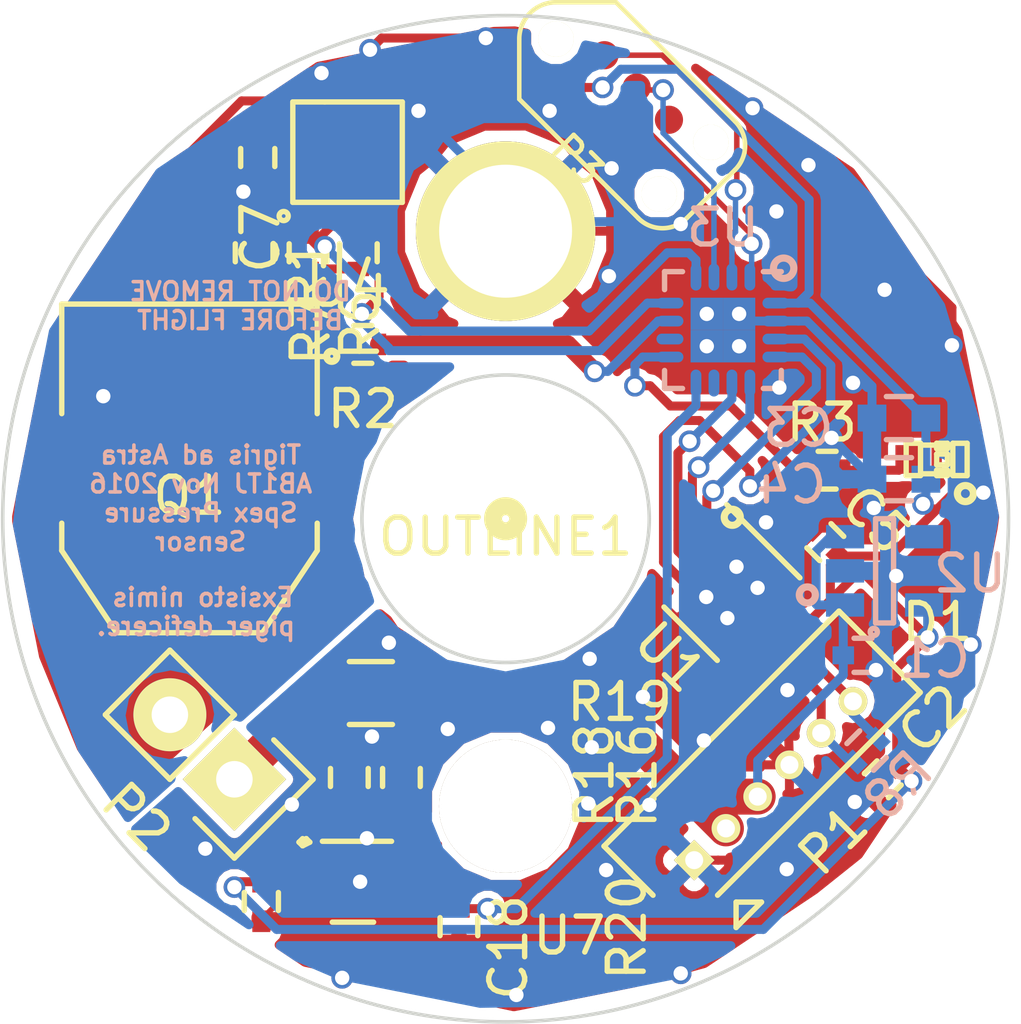
<source format=kicad_pcb>
(kicad_pcb (version 4) (host pcbnew "(2016-03-30 BZR 6657, Git fe53ec8)-product")

  (general
    (links 79)
    (no_connects 10)
    (area 105.949999 50.949999 134.050001 79.050001)
    (thickness 1.6)
    (drawings 11)
    (tracks 449)
    (zones 0)
    (modules 28)
    (nets 24)
  )

  (page A4)
  (layers
    (0 F.Cu signal)
    (31 B.Cu signal)
    (32 B.Adhes user hide)
    (33 F.Adhes user hide)
    (34 B.Paste user hide)
    (35 F.Paste user hide)
    (36 B.SilkS user)
    (37 F.SilkS user hide)
    (38 B.Mask user hide)
    (39 F.Mask user hide)
    (40 Dwgs.User user hide)
    (41 Cmts.User user hide)
    (42 Eco1.User user hide)
    (43 Eco2.User user)
    (44 Edge.Cuts user)
    (45 Margin user)
    (46 B.CrtYd user)
    (47 F.CrtYd user)
    (48 B.Fab user)
    (49 F.Fab user)
  )

  (setup
    (last_trace_width 0.5)
    (user_trace_width 0.2)
    (user_trace_width 0.25)
    (user_trace_width 0.5)
    (user_trace_width 1)
    (user_trace_width 2.9)
    (trace_clearance 0.1524)
    (zone_clearance 0.2)
    (zone_45_only no)
    (trace_min 0)
    (segment_width 0.2)
    (edge_width 0.1)
    (via_size 0.6)
    (via_drill 0.4)
    (via_min_size 0.4)
    (via_min_drill 0.3)
    (uvia_size 0.3)
    (uvia_drill 0.1)
    (uvias_allowed no)
    (uvia_min_size 0)
    (uvia_min_drill 0)
    (pcb_text_width 0.3)
    (pcb_text_size 0.5 0.5)
    (mod_edge_width 0.15)
    (mod_text_size 0.3 0.3)
    (mod_text_width 0.15)
    (pad_size 5 5)
    (pad_drill 3.7)
    (pad_to_mask_clearance 0)
    (aux_axis_origin 0 0)
    (visible_elements FFFEFF7F)
    (pcbplotparams
      (layerselection 0x310f0_80000001)
      (usegerberextensions true)
      (excludeedgelayer true)
      (linewidth 0.100000)
      (plotframeref false)
      (viasonmask false)
      (mode 1)
      (useauxorigin false)
      (hpglpennumber 1)
      (hpglpenspeed 20)
      (hpglpendiameter 15)
      (psnegative false)
      (psa4output false)
      (plotreference true)
      (plotvalue false)
      (plotinvisibletext false)
      (padsonsilk false)
      (subtractmaskfromsilk false)
      (outputformat 1)
      (mirror false)
      (drillshape 0)
      (scaleselection 1)
      (outputdirectory gerbers/))
  )

  (net 0 "")
  (net 1 GND)
  (net 2 +3.3V)
  (net 3 "Net-(D1-Pad2)")
  (net 4 "Net-(P2-Pad2)")
  (net 5 "Net-(Q1-Pad1)")
  (net 6 "Net-(R3-Pad2)")
  (net 7 "Net-(U1-Pad1)")
  (net 8 "Net-(U1-Pad2)")
  (net 9 "Net-(U1-Pad3)")
  (net 10 "Net-(U1-Pad4)")
  (net 11 /SWDIO)
  (net 12 /RESET)
  (net 13 /SWCLK)
  (net 14 "Net-(P1-Pad5)")
  (net 15 "Net-(P1-Pad6)")
  (net 16 "Net-(P2-Pad1)")
  (net 17 "Net-(R16-Pad2)")
  (net 18 "Net-(R18-Pad2)")
  (net 19 /VInput)
  (net 20 "Net-(R6-Pad2)")
  (net 21 "Net-(R7-Pad2)")
  (net 22 /NichromeI)
  (net 23 /cut)

  (net_class Default "This is the default net class."
    (clearance 0.1524)
    (trace_width 0.1524)
    (via_dia 0.6)
    (via_drill 0.4)
    (uvia_dia 0.3)
    (uvia_drill 0.1)
    (add_net +3.3V)
    (add_net /NichromeI)
    (add_net /RESET)
    (add_net /SWCLK)
    (add_net /SWDIO)
    (add_net /VInput)
    (add_net /cut)
    (add_net GND)
    (add_net "Net-(D1-Pad2)")
    (add_net "Net-(P1-Pad5)")
    (add_net "Net-(P1-Pad6)")
    (add_net "Net-(P2-Pad1)")
    (add_net "Net-(P2-Pad2)")
    (add_net "Net-(Q1-Pad1)")
    (add_net "Net-(R16-Pad2)")
    (add_net "Net-(R18-Pad2)")
    (add_net "Net-(R3-Pad2)")
    (add_net "Net-(R6-Pad2)")
    (add_net "Net-(R7-Pad2)")
    (add_net "Net-(U1-Pad1)")
    (add_net "Net-(U1-Pad2)")
    (add_net "Net-(U1-Pad3)")
    (add_net "Net-(U1-Pad4)")
  )

  (module bme280:LGA-8 (layer F.Cu) (tedit 570B06E7) (tstamp 570B0376)
    (at 115.6 54.8)
    (path /570B033C)
    (fp_text reference U4 (at 0 3.683 180) (layer F.SilkS)
      (effects (font (size 1.2 1.2) (thickness 0.15)))
    )
    (fp_text value BME280 (at 0 -2.667) (layer F.Fab)
      (effects (font (size 1.2 1.2) (thickness 0.15)))
    )
    (fp_circle (center -1.778 1.778) (end -1.651 1.778) (layer F.SilkS) (width 0.15))
    (fp_line (start -0.635 -1.397) (end -1.524 -1.397) (layer F.SilkS) (width 0.15))
    (fp_line (start -1.524 -1.397) (end -1.524 1.397) (layer F.SilkS) (width 0.15))
    (fp_line (start -1.524 1.397) (end 1.524 1.397) (layer F.SilkS) (width 0.15))
    (fp_line (start 1.524 1.397) (end 1.524 -1.397) (layer F.SilkS) (width 0.15))
    (fp_line (start 1.524 -1.397) (end -0.635 -1.397) (layer F.SilkS) (width 0.15))
    (pad 8 smd rect (at -0.975 -1.025) (size 0.35 0.5) (layers F.Cu F.Paste F.Mask)
      (net 2 +3.3V))
    (pad 1 smd rect (at -0.975 1.025) (size 0.35 0.5) (layers F.Cu F.Paste F.Mask)
      (net 1 GND))
    (pad 7 smd rect (at -0.325 -1.025) (size 0.35 0.5) (layers F.Cu F.Paste F.Mask)
      (net 1 GND))
    (pad 2 smd rect (at -0.325 1.025) (size 0.35 0.5) (layers F.Cu F.Paste F.Mask)
      (net 2 +3.3V))
    (pad 6 smd rect (at 0.325 -1.025) (size 0.35 0.5) (layers F.Cu F.Paste F.Mask)
      (net 2 +3.3V))
    (pad 3 smd rect (at 0.325 1.025) (size 0.35 0.5) (layers F.Cu F.Paste F.Mask)
      (net 21 "Net-(R7-Pad2)"))
    (pad 5 smd rect (at 0.975 -1.025) (size 0.35 0.5) (layers F.Cu F.Paste F.Mask)
      (net 1 GND))
    (pad 4 smd rect (at 0.975 1.025) (size 0.35 0.5) (layers F.Cu F.Paste F.Mask)
      (net 20 "Net-(R6-Pad2)"))
  )

  (module PlugOutline:PLUG_OUTLINE locked (layer F.Cu) (tedit 564F9F99) (tstamp 564D299D)
    (at 120 65)
    (path /56488E54)
    (fp_text reference OUTLINE1 (at 0 0.5) (layer F.SilkS)
      (effects (font (size 1 1) (thickness 0.15)))
    )
    (fp_text value CONN_1 (at 0 -0.5) (layer F.Fab)
      (effects (font (size 1 1) (thickness 0.15)))
    )
    (fp_circle (center 0 0) (end 0 0.1) (layer F.SilkS) (width 0.5))
    (fp_circle (center 0 0) (end 4 0) (layer Eco2.User) (width 0.15))
    (fp_circle (center 0 0) (end 14 0) (layer Eco2.User) (width 0.15))
    (pad 1 thru_hole circle (at 0 -8) (size 5 5) (drill 3.7) (layers *.Cu *.Mask F.SilkS)
      (net 1 GND))
    (pad "" thru_hole circle (at 0 8) (size 3.7 3.7) (drill 3.7) (layers *.Cu *.Mask F.SilkS))
  )

  (module Capacitors_SMD:C_0402 (layer F.Cu) (tedit 564BE604) (tstamp 56480BB2)
    (at 130.5 72.25 225)
    (descr "Capacitor SMD 0402, reflow soldering, AVX (see smccp.pdf)")
    (tags "capacitor 0402")
    (path /5647CEB3)
    (attr smd)
    (fp_text reference C2 (at -2.174353 0.194454 225) (layer F.SilkS)
      (effects (font (size 1 1) (thickness 0.15)))
    )
    (fp_text value 1uf (at 0 1.7 225) (layer F.Fab)
      (effects (font (size 1 1) (thickness 0.15)))
    )
    (fp_line (start -1.15 -0.6) (end 1.15 -0.6) (layer F.CrtYd) (width 0.05))
    (fp_line (start -1.15 0.6) (end 1.15 0.6) (layer F.CrtYd) (width 0.05))
    (fp_line (start -1.15 -0.6) (end -1.15 0.6) (layer F.CrtYd) (width 0.05))
    (fp_line (start 1.15 -0.6) (end 1.15 0.6) (layer F.CrtYd) (width 0.05))
    (fp_line (start 0.25 -0.475) (end -0.25 -0.475) (layer F.SilkS) (width 0.15))
    (fp_line (start -0.25 0.475) (end 0.25 0.475) (layer F.SilkS) (width 0.15))
    (pad 1 smd rect (at -0.55 0 225) (size 0.6 0.5) (layers F.Cu F.Paste F.Mask)
      (net 2 +3.3V))
    (pad 2 smd rect (at 0.55 0 225) (size 0.6 0.5) (layers F.Cu F.Paste F.Mask)
      (net 1 GND))
    (model Capacitors_SMD.3dshapes/C_0402.wrl
      (at (xyz 0 0 0))
      (scale (xyz 1 1 1))
      (rotate (xyz 0 0 0))
    )
  )

  (module Capacitors_SMD:C_0402 (layer B.Cu) (tedit 5415D599) (tstamp 56480BAC)
    (at 129.95 68.8)
    (descr "Capacitor SMD 0402, reflow soldering, AVX (see smccp.pdf)")
    (tags "capacitor 0402")
    (path /5647CE24)
    (attr smd)
    (fp_text reference C1 (at 2 0.1) (layer B.SilkS)
      (effects (font (size 1 1) (thickness 0.15)) (justify mirror))
    )
    (fp_text value 1uf (at 0 -1.7) (layer B.Fab)
      (effects (font (size 1 1) (thickness 0.15)) (justify mirror))
    )
    (fp_line (start -1.15 0.6) (end 1.15 0.6) (layer B.CrtYd) (width 0.05))
    (fp_line (start -1.15 -0.6) (end 1.15 -0.6) (layer B.CrtYd) (width 0.05))
    (fp_line (start -1.15 0.6) (end -1.15 -0.6) (layer B.CrtYd) (width 0.05))
    (fp_line (start 1.15 0.6) (end 1.15 -0.6) (layer B.CrtYd) (width 0.05))
    (fp_line (start 0.25 0.475) (end -0.25 0.475) (layer B.SilkS) (width 0.15))
    (fp_line (start -0.25 -0.475) (end 0.25 -0.475) (layer B.SilkS) (width 0.15))
    (pad 1 smd rect (at -0.55 0) (size 0.6 0.5) (layers B.Cu B.Paste B.Mask)
      (net 19 /VInput))
    (pad 2 smd rect (at 0.55 0) (size 0.6 0.5) (layers B.Cu B.Paste B.Mask)
      (net 1 GND))
    (model Capacitors_SMD.3dshapes/C_0402.wrl
      (at (xyz 0 0 0))
      (scale (xyz 1 1 1))
      (rotate (xyz 0 0 0))
    )
  )

  (module Capacitors_SMD:C_0603 (layer B.Cu) (tedit 564BE607) (tstamp 56480BB8)
    (at 130.95 62.2 180)
    (descr "Capacitor SMD 0603, reflow soldering, AVX (see smccp.pdf)")
    (tags "capacitor 0603")
    (path /5647CE65)
    (attr smd)
    (fp_text reference C3 (at 2.8 -0.275 180) (layer B.SilkS)
      (effects (font (size 1 1) (thickness 0.15)) (justify mirror))
    )
    (fp_text value 2.2uf (at 0 -1.9 180) (layer B.Fab)
      (effects (font (size 1 1) (thickness 0.15)) (justify mirror))
    )
    (fp_line (start -1.45 0.75) (end 1.45 0.75) (layer B.CrtYd) (width 0.05))
    (fp_line (start -1.45 -0.75) (end 1.45 -0.75) (layer B.CrtYd) (width 0.05))
    (fp_line (start -1.45 0.75) (end -1.45 -0.75) (layer B.CrtYd) (width 0.05))
    (fp_line (start 1.45 0.75) (end 1.45 -0.75) (layer B.CrtYd) (width 0.05))
    (fp_line (start -0.35 0.6) (end 0.35 0.6) (layer B.SilkS) (width 0.15))
    (fp_line (start 0.35 -0.6) (end -0.35 -0.6) (layer B.SilkS) (width 0.15))
    (pad 1 smd rect (at -0.75 0 180) (size 0.8 0.75) (layers B.Cu B.Paste B.Mask)
      (net 2 +3.3V))
    (pad 2 smd rect (at 0.75 0 180) (size 0.8 0.75) (layers B.Cu B.Paste B.Mask)
      (net 1 GND))
    (model Capacitors_SMD.3dshapes/C_0603.wrl
      (at (xyz 0 0 0))
      (scale (xyz 1 1 1))
      (rotate (xyz 0 0 0))
    )
  )

  (module Capacitors_SMD:C_0603 (layer B.Cu) (tedit 564BE60C) (tstamp 56480BBE)
    (at 130.95 63.9 180)
    (descr "Capacitor SMD 0603, reflow soldering, AVX (see smccp.pdf)")
    (tags "capacitor 0603")
    (path /5647F77F)
    (attr smd)
    (fp_text reference C4 (at 3 -0.15 180) (layer B.SilkS)
      (effects (font (size 1 1) (thickness 0.15)) (justify mirror))
    )
    (fp_text value 4.7uf (at 0 -1.9 180) (layer B.Fab)
      (effects (font (size 1 1) (thickness 0.15)) (justify mirror))
    )
    (fp_line (start -1.45 0.75) (end 1.45 0.75) (layer B.CrtYd) (width 0.05))
    (fp_line (start -1.45 -0.75) (end 1.45 -0.75) (layer B.CrtYd) (width 0.05))
    (fp_line (start -1.45 0.75) (end -1.45 -0.75) (layer B.CrtYd) (width 0.05))
    (fp_line (start 1.45 0.75) (end 1.45 -0.75) (layer B.CrtYd) (width 0.05))
    (fp_line (start -0.35 0.6) (end 0.35 0.6) (layer B.SilkS) (width 0.15))
    (fp_line (start 0.35 -0.6) (end -0.35 -0.6) (layer B.SilkS) (width 0.15))
    (pad 1 smd rect (at -0.75 0 180) (size 0.8 0.75) (layers B.Cu B.Paste B.Mask)
      (net 2 +3.3V))
    (pad 2 smd rect (at 0.75 0 180) (size 0.8 0.75) (layers B.Cu B.Paste B.Mask)
      (net 1 GND))
    (model Capacitors_SMD.3dshapes/C_0603.wrl
      (at (xyz 0 0 0))
      (scale (xyz 1 1 1))
      (rotate (xyz 0 0 0))
    )
  )

  (module Capacitors_SMD:C_0402 (layer F.Cu) (tedit 564BEB53) (tstamp 56480BC4)
    (at 128.9 65.65 135)
    (descr "Capacitor SMD 0402, reflow soldering, AVX (see smccp.pdf)")
    (tags "capacitor 0402")
    (path /5647F1BC)
    (attr smd)
    (fp_text reference C5 (at -0.548008 1.431891 135) (layer F.SilkS)
      (effects (font (size 1 1) (thickness 0.15)))
    )
    (fp_text value 1uf (at 0 1.7 135) (layer F.Fab)
      (effects (font (size 1 1) (thickness 0.15)))
    )
    (fp_line (start -1.15 -0.6) (end 1.15 -0.6) (layer F.CrtYd) (width 0.05))
    (fp_line (start -1.15 0.6) (end 1.15 0.6) (layer F.CrtYd) (width 0.05))
    (fp_line (start -1.15 -0.6) (end -1.15 0.6) (layer F.CrtYd) (width 0.05))
    (fp_line (start 1.15 -0.6) (end 1.15 0.6) (layer F.CrtYd) (width 0.05))
    (fp_line (start 0.25 -0.475) (end -0.25 -0.475) (layer F.SilkS) (width 0.15))
    (fp_line (start -0.25 0.475) (end 0.25 0.475) (layer F.SilkS) (width 0.15))
    (pad 1 smd rect (at -0.55 0 135) (size 0.6 0.5) (layers F.Cu F.Paste F.Mask)
      (net 2 +3.3V))
    (pad 2 smd rect (at 0.55 0 135) (size 0.6 0.5) (layers F.Cu F.Paste F.Mask)
      (net 1 GND))
    (model Capacitors_SMD.3dshapes/C_0402.wrl
      (at (xyz 0 0 0))
      (scale (xyz 1 1 1))
      (rotate (xyz 0 0 0))
    )
  )

  (module Capacitors_SMD:C_0402 (layer F.Cu) (tedit 564BE5B7) (tstamp 56480BD0)
    (at 113.1 54.95 270)
    (descr "Capacitor SMD 0402, reflow soldering, AVX (see smccp.pdf)")
    (tags "capacitor 0402")
    (path /5647E7A7)
    (attr smd)
    (fp_text reference C7 (at 2.225 -0.075 270) (layer F.SilkS)
      (effects (font (size 1 1) (thickness 0.15)))
    )
    (fp_text value 1uf (at 0 1.7 270) (layer F.Fab)
      (effects (font (size 1 1) (thickness 0.15)))
    )
    (fp_line (start -1.15 -0.6) (end 1.15 -0.6) (layer F.CrtYd) (width 0.05))
    (fp_line (start -1.15 0.6) (end 1.15 0.6) (layer F.CrtYd) (width 0.05))
    (fp_line (start -1.15 -0.6) (end -1.15 0.6) (layer F.CrtYd) (width 0.05))
    (fp_line (start 1.15 -0.6) (end 1.15 0.6) (layer F.CrtYd) (width 0.05))
    (fp_line (start 0.25 -0.475) (end -0.25 -0.475) (layer F.SilkS) (width 0.15))
    (fp_line (start -0.25 0.475) (end 0.25 0.475) (layer F.SilkS) (width 0.15))
    (pad 1 smd rect (at -0.55 0 270) (size 0.6 0.5) (layers F.Cu F.Paste F.Mask)
      (net 2 +3.3V))
    (pad 2 smd rect (at 0.55 0 270) (size 0.6 0.5) (layers F.Cu F.Paste F.Mask)
      (net 1 GND))
    (model Capacitors_SMD.3dshapes/C_0402.wrl
      (at (xyz 0 0 0))
      (scale (xyz 1 1 1))
      (rotate (xyz 0 0 0))
    )
  )

  (module Pin_Headers:Pin_Header_Straight_1x02 (layer F.Cu) (tedit 564BE619) (tstamp 56480BE8)
    (at 112.45 72.25 225)
    (descr "Through hole pin header")
    (tags "pin header")
    (path /564807CB)
    (fp_text reference P2 (at 2.669328 1.184404 495) (layer F.SilkS)
      (effects (font (size 1 1) (thickness 0.15)))
    )
    (fp_text value NICHROME (at 0 -3.1 225) (layer F.Fab)
      (effects (font (size 1 1) (thickness 0.15)))
    )
    (fp_line (start 1.27 1.27) (end 1.27 3.81) (layer F.SilkS) (width 0.15))
    (fp_line (start 1.55 -1.55) (end 1.55 0) (layer F.SilkS) (width 0.15))
    (fp_line (start -1.75 -1.75) (end -1.75 4.3) (layer F.CrtYd) (width 0.05))
    (fp_line (start 1.75 -1.75) (end 1.75 4.3) (layer F.CrtYd) (width 0.05))
    (fp_line (start -1.75 -1.75) (end 1.75 -1.75) (layer F.CrtYd) (width 0.05))
    (fp_line (start -1.75 4.3) (end 1.75 4.3) (layer F.CrtYd) (width 0.05))
    (fp_line (start 1.27 1.27) (end -1.27 1.27) (layer F.SilkS) (width 0.15))
    (fp_line (start -1.55 0) (end -1.55 -1.55) (layer F.SilkS) (width 0.15))
    (fp_line (start -1.55 -1.55) (end 1.55 -1.55) (layer F.SilkS) (width 0.15))
    (fp_line (start -1.27 1.27) (end -1.27 3.81) (layer F.SilkS) (width 0.15))
    (fp_line (start -1.27 3.81) (end 1.27 3.81) (layer F.SilkS) (width 0.15))
    (pad 1 thru_hole rect (at 0 0 225) (size 2.032 2.032) (drill 1.016) (layers *.Cu *.Mask F.SilkS)
      (net 16 "Net-(P2-Pad1)"))
    (pad 2 thru_hole oval (at 0 2.54 225) (size 2.032 2.032) (drill 1.016) (layers *.Cu *.Mask F.SilkS)
      (net 4 "Net-(P2-Pad2)"))
    (model Pin_Headers.3dshapes/Pin_Header_Straight_1x02.wrl
      (at (xyz 0 -0.05 0))
      (scale (xyz 1 1 1))
      (rotate (xyz 0 0 90))
    )
  )

  (module SMD_Packages:SOT-223 (layer F.Cu) (tedit 0) (tstamp 56480BF0)
    (at 111.2 63.6 180)
    (descr "module CMS SOT223 4 pins")
    (tags "CMS SOT")
    (path /56486BC3)
    (attr smd)
    (fp_text reference Q1 (at 0 -0.762 180) (layer F.SilkS)
      (effects (font (size 1 1) (thickness 0.15)))
    )
    (fp_text value IRLL3303PbF (at 0 0.762 180) (layer F.Fab)
      (effects (font (size 1 1) (thickness 0.15)))
    )
    (fp_line (start -3.556 1.524) (end -3.556 4.572) (layer F.SilkS) (width 0.15))
    (fp_line (start -3.556 4.572) (end 3.556 4.572) (layer F.SilkS) (width 0.15))
    (fp_line (start 3.556 4.572) (end 3.556 1.524) (layer F.SilkS) (width 0.15))
    (fp_line (start -3.556 -1.524) (end -3.556 -2.286) (layer F.SilkS) (width 0.15))
    (fp_line (start -3.556 -2.286) (end -2.032 -4.572) (layer F.SilkS) (width 0.15))
    (fp_line (start -2.032 -4.572) (end 2.032 -4.572) (layer F.SilkS) (width 0.15))
    (fp_line (start 2.032 -4.572) (end 3.556 -2.286) (layer F.SilkS) (width 0.15))
    (fp_line (start 3.556 -2.286) (end 3.556 -1.524) (layer F.SilkS) (width 0.15))
    (pad 4 smd rect (at 0 -3.302 180) (size 3.6576 2.032) (layers F.Cu F.Paste F.Mask)
      (net 4 "Net-(P2-Pad2)"))
    (pad 2 smd rect (at 0 3.302 180) (size 1.016 2.032) (layers F.Cu F.Paste F.Mask)
      (net 4 "Net-(P2-Pad2)"))
    (pad 3 smd rect (at 2.286 3.302 180) (size 1.016 2.032) (layers F.Cu F.Paste F.Mask)
      (net 1 GND))
    (pad 1 smd rect (at -2.286 3.302 180) (size 1.016 2.032) (layers F.Cu F.Paste F.Mask)
      (net 5 "Net-(Q1-Pad1)"))
    (model SMD_Packages.3dshapes/SOT-223.wrl
      (at (xyz 0 0 0))
      (scale (xyz 0.4 0.4 0.4))
      (rotate (xyz 0 0 0))
    )
  )

  (module Resistors_SMD:R_0402 (layer F.Cu) (tedit 564BE61C) (tstamp 56480BF6)
    (at 113 57.6 90)
    (descr "Resistor SMD 0402, reflow soldering, Vishay (see dcrcw.pdf)")
    (tags "resistor 0402")
    (path /564800E2)
    (attr smd)
    (fp_text reference R1 (at -0.575 1.475 90) (layer F.SilkS)
      (effects (font (size 1 1) (thickness 0.15)))
    )
    (fp_text value 2K (at 0 1.8 90) (layer F.Fab)
      (effects (font (size 1 1) (thickness 0.15)))
    )
    (fp_line (start -0.95 -0.65) (end 0.95 -0.65) (layer F.CrtYd) (width 0.05))
    (fp_line (start -0.95 0.65) (end 0.95 0.65) (layer F.CrtYd) (width 0.05))
    (fp_line (start -0.95 -0.65) (end -0.95 0.65) (layer F.CrtYd) (width 0.05))
    (fp_line (start 0.95 -0.65) (end 0.95 0.65) (layer F.CrtYd) (width 0.05))
    (fp_line (start 0.25 -0.525) (end -0.25 -0.525) (layer F.SilkS) (width 0.15))
    (fp_line (start -0.25 0.525) (end 0.25 0.525) (layer F.SilkS) (width 0.15))
    (pad 1 smd rect (at -0.45 0 90) (size 0.4 0.6) (layers F.Cu F.Paste F.Mask)
      (net 5 "Net-(Q1-Pad1)"))
    (pad 2 smd rect (at 0.45 0 90) (size 0.4 0.6) (layers F.Cu F.Paste F.Mask)
      (net 1 GND))
    (model Resistors_SMD.3dshapes/R_0402.wrl
      (at (xyz 0 0 0))
      (scale (xyz 1 1 1))
      (rotate (xyz 0 0 0))
    )
  )

  (module Resistors_SMD:R_0402 (layer F.Cu) (tedit 5415CBB8) (tstamp 56480BFC)
    (at 116.025 60.15 180)
    (descr "Resistor SMD 0402, reflow soldering, Vishay (see dcrcw.pdf)")
    (tags "resistor 0402")
    (path /5648011F)
    (attr smd)
    (fp_text reference R2 (at 0 -1.8 180) (layer F.SilkS)
      (effects (font (size 1 1) (thickness 0.15)))
    )
    (fp_text value 0 (at 0 1.8 180) (layer F.Fab)
      (effects (font (size 1 1) (thickness 0.15)))
    )
    (fp_line (start -0.95 -0.65) (end 0.95 -0.65) (layer F.CrtYd) (width 0.05))
    (fp_line (start -0.95 0.65) (end 0.95 0.65) (layer F.CrtYd) (width 0.05))
    (fp_line (start -0.95 -0.65) (end -0.95 0.65) (layer F.CrtYd) (width 0.05))
    (fp_line (start 0.95 -0.65) (end 0.95 0.65) (layer F.CrtYd) (width 0.05))
    (fp_line (start 0.25 -0.525) (end -0.25 -0.525) (layer F.SilkS) (width 0.15))
    (fp_line (start -0.25 0.525) (end 0.25 0.525) (layer F.SilkS) (width 0.15))
    (pad 1 smd rect (at -0.45 0 180) (size 0.4 0.6) (layers F.Cu F.Paste F.Mask)
      (net 23 /cut))
    (pad 2 smd rect (at 0.45 0 180) (size 0.4 0.6) (layers F.Cu F.Paste F.Mask)
      (net 5 "Net-(Q1-Pad1)"))
    (model Resistors_SMD.3dshapes/R_0402.wrl
      (at (xyz 0 0 0))
      (scale (xyz 1 1 1))
      (rotate (xyz 0 0 0))
    )
  )

  (module Resistors_SMD:R_0402 (layer F.Cu) (tedit 564BE5CC) (tstamp 56480C02)
    (at 128.95 63.65 180)
    (descr "Resistor SMD 0402, reflow soldering, Vishay (see dcrcw.pdf)")
    (tags "resistor 0402")
    (path /56481BC0)
    (attr smd)
    (fp_text reference R3 (at 0.15 1.325 180) (layer F.SilkS)
      (effects (font (size 1 1) (thickness 0.15)))
    )
    (fp_text value 100 (at 0 1.8 180) (layer F.Fab)
      (effects (font (size 1 1) (thickness 0.15)))
    )
    (fp_line (start -0.95 -0.65) (end 0.95 -0.65) (layer F.CrtYd) (width 0.05))
    (fp_line (start -0.95 0.65) (end 0.95 0.65) (layer F.CrtYd) (width 0.05))
    (fp_line (start -0.95 -0.65) (end -0.95 0.65) (layer F.CrtYd) (width 0.05))
    (fp_line (start 0.95 -0.65) (end 0.95 0.65) (layer F.CrtYd) (width 0.05))
    (fp_line (start 0.25 -0.525) (end -0.25 -0.525) (layer F.SilkS) (width 0.15))
    (fp_line (start -0.25 0.525) (end 0.25 0.525) (layer F.SilkS) (width 0.15))
    (pad 1 smd rect (at -0.45 0 180) (size 0.4 0.6) (layers F.Cu F.Paste F.Mask)
      (net 3 "Net-(D1-Pad2)"))
    (pad 2 smd rect (at 0.45 0 180) (size 0.4 0.6) (layers F.Cu F.Paste F.Mask)
      (net 6 "Net-(R3-Pad2)"))
    (model Resistors_SMD.3dshapes/R_0402.wrl
      (at (xyz 0 0 0))
      (scale (xyz 1 1 1))
      (rotate (xyz 0 0 0))
    )
  )

  (module Resistors_SMD:R_0402 (layer F.Cu) (tedit 564BE5C8) (tstamp 56480C14)
    (at 115.9 57.6 90)
    (descr "Resistor SMD 0402, reflow soldering, Vishay (see dcrcw.pdf)")
    (tags "resistor 0402")
    (path /5647ED22)
    (attr smd)
    (fp_text reference R6 (at -2 0.05 90) (layer F.SilkS)
      (effects (font (size 1 1) (thickness 0.15)))
    )
    (fp_text value 4K7 (at 0 1.8 90) (layer F.Fab)
      (effects (font (size 1 1) (thickness 0.15)))
    )
    (fp_line (start -0.95 -0.65) (end 0.95 -0.65) (layer F.CrtYd) (width 0.05))
    (fp_line (start -0.95 0.65) (end 0.95 0.65) (layer F.CrtYd) (width 0.05))
    (fp_line (start -0.95 -0.65) (end -0.95 0.65) (layer F.CrtYd) (width 0.05))
    (fp_line (start 0.95 -0.65) (end 0.95 0.65) (layer F.CrtYd) (width 0.05))
    (fp_line (start 0.25 -0.525) (end -0.25 -0.525) (layer F.SilkS) (width 0.15))
    (fp_line (start -0.25 0.525) (end 0.25 0.525) (layer F.SilkS) (width 0.15))
    (pad 1 smd rect (at -0.45 0 90) (size 0.4 0.6) (layers F.Cu F.Paste F.Mask)
      (net 2 +3.3V))
    (pad 2 smd rect (at 0.45 0 90) (size 0.4 0.6) (layers F.Cu F.Paste F.Mask)
      (net 20 "Net-(R6-Pad2)"))
    (model Resistors_SMD.3dshapes/R_0402.wrl
      (at (xyz 0 0 0))
      (scale (xyz 1 1 1))
      (rotate (xyz 0 0 0))
    )
  )

  (module Resistors_SMD:R_0402 (layer F.Cu) (tedit 564BE5C5) (tstamp 56480C1A)
    (at 114.5 57.6 90)
    (descr "Resistor SMD 0402, reflow soldering, Vishay (see dcrcw.pdf)")
    (tags "resistor 0402")
    (path /5647ED58)
    (attr smd)
    (fp_text reference R7 (at -2.15 0.075 90) (layer F.SilkS)
      (effects (font (size 1 1) (thickness 0.15)))
    )
    (fp_text value 4K7 (at 0 1.8 90) (layer F.Fab)
      (effects (font (size 1 1) (thickness 0.15)))
    )
    (fp_line (start -0.95 -0.65) (end 0.95 -0.65) (layer F.CrtYd) (width 0.05))
    (fp_line (start -0.95 0.65) (end 0.95 0.65) (layer F.CrtYd) (width 0.05))
    (fp_line (start -0.95 -0.65) (end -0.95 0.65) (layer F.CrtYd) (width 0.05))
    (fp_line (start 0.95 -0.65) (end 0.95 0.65) (layer F.CrtYd) (width 0.05))
    (fp_line (start 0.25 -0.525) (end -0.25 -0.525) (layer F.SilkS) (width 0.15))
    (fp_line (start -0.25 0.525) (end 0.25 0.525) (layer F.SilkS) (width 0.15))
    (pad 1 smd rect (at -0.45 0 90) (size 0.4 0.6) (layers F.Cu F.Paste F.Mask)
      (net 2 +3.3V))
    (pad 2 smd rect (at 0.45 0 90) (size 0.4 0.6) (layers F.Cu F.Paste F.Mask)
      (net 21 "Net-(R7-Pad2)"))
    (model Resistors_SMD.3dshapes/R_0402.wrl
      (at (xyz 0 0 0))
      (scale (xyz 1 1 1))
      (rotate (xyz 0 0 0))
    )
  )

  (module Housings_SOT-23_SOT-143_TSOT-6:SOT-23-5 (layer B.Cu) (tedit 564BE609) (tstamp 56480C2F)
    (at 130.55 66.45)
    (descr "5-pin SOT23 package")
    (tags SOT-23-5)
    (path /5647CA18)
    (attr smd)
    (fp_text reference U2 (at 2.375 0.075) (layer B.SilkS)
      (effects (font (size 1 1) (thickness 0.15)) (justify mirror))
    )
    (fp_text value TPS769XX (at -0.05 -2.35) (layer B.Fab)
      (effects (font (size 1 1) (thickness 0.15)) (justify mirror))
    )
    (fp_line (start -1.8 1.6) (end 1.8 1.6) (layer B.CrtYd) (width 0.05))
    (fp_line (start 1.8 1.6) (end 1.8 -1.6) (layer B.CrtYd) (width 0.05))
    (fp_line (start 1.8 -1.6) (end -1.8 -1.6) (layer B.CrtYd) (width 0.05))
    (fp_line (start -1.8 -1.6) (end -1.8 1.6) (layer B.CrtYd) (width 0.05))
    (fp_circle (center -0.3 1.7) (end -0.2 1.7) (layer B.SilkS) (width 0.15))
    (fp_line (start 0.25 1.45) (end -0.25 1.45) (layer B.SilkS) (width 0.15))
    (fp_line (start 0.25 -1.45) (end 0.25 1.45) (layer B.SilkS) (width 0.15))
    (fp_line (start -0.25 -1.45) (end 0.25 -1.45) (layer B.SilkS) (width 0.15))
    (fp_line (start -0.25 1.45) (end -0.25 -1.45) (layer B.SilkS) (width 0.15))
    (pad 1 smd rect (at -1.1 0.95) (size 1.06 0.65) (layers B.Cu B.Paste B.Mask)
      (net 19 /VInput))
    (pad 2 smd rect (at -1.1 0) (size 1.06 0.65) (layers B.Cu B.Paste B.Mask)
      (net 1 GND))
    (pad 3 smd rect (at -1.1 -0.95) (size 1.06 0.65) (layers B.Cu B.Paste B.Mask)
      (net 19 /VInput))
    (pad 4 smd rect (at 1.1 -0.95) (size 1.06 0.65) (layers B.Cu B.Paste B.Mask))
    (pad 5 smd rect (at 1.1 0.95) (size 1.06 0.65) (layers B.Cu B.Paste B.Mask)
      (net 2 +3.3V))
    (model Housings_SOT-23_SOT-143_TSOT-6.3dshapes/SOT-23-5.wrl
      (at (xyz 0 0 0))
      (scale (xyz 0.11 0.11 0.11))
      (rotate (xyz 0 0 90))
    )
  )

  (module Housings_DFN_QFN:QFN-16-1EP_3x3mm_Pitch0.5mm (layer B.Cu) (tedit 54130A77) (tstamp 56480C47)
    (at 126.05 59.75 180)
    (descr "16-Lead Plastic Quad Flat, No Lead Package (NG) - 3x3x0.9 mm Body [QFN]; (see Microchip Packaging Specification 00000049BS.pdf)")
    (tags "QFN 0.5")
    (path /56473D51)
    (attr smd)
    (fp_text reference U3 (at 0 2.85 180) (layer B.SilkS)
      (effects (font (size 1 1) (thickness 0.15)) (justify mirror))
    )
    (fp_text value MKL03ZxxVFG4 (at 0 -2.85 180) (layer B.Fab)
      (effects (font (size 1 1) (thickness 0.15)) (justify mirror))
    )
    (fp_line (start -2.1 2.1) (end -2.1 -2.1) (layer B.CrtYd) (width 0.05))
    (fp_line (start 2.1 2.1) (end 2.1 -2.1) (layer B.CrtYd) (width 0.05))
    (fp_line (start -2.1 2.1) (end 2.1 2.1) (layer B.CrtYd) (width 0.05))
    (fp_line (start -2.1 -2.1) (end 2.1 -2.1) (layer B.CrtYd) (width 0.05))
    (fp_line (start 1.625 1.625) (end 1.625 1.125) (layer B.SilkS) (width 0.15))
    (fp_line (start -1.625 -1.625) (end -1.625 -1.125) (layer B.SilkS) (width 0.15))
    (fp_line (start 1.625 -1.625) (end 1.625 -1.125) (layer B.SilkS) (width 0.15))
    (fp_line (start -1.625 1.625) (end -1.125 1.625) (layer B.SilkS) (width 0.15))
    (fp_line (start -1.625 -1.625) (end -1.125 -1.625) (layer B.SilkS) (width 0.15))
    (fp_line (start 1.625 -1.625) (end 1.125 -1.625) (layer B.SilkS) (width 0.15))
    (fp_line (start 1.625 1.625) (end 1.125 1.625) (layer B.SilkS) (width 0.15))
    (pad 1 smd oval (at -1.475 0.75 180) (size 0.75 0.3) (layers B.Cu B.Paste B.Mask)
      (net 2 +3.3V))
    (pad 2 smd oval (at -1.475 0.25 180) (size 0.75 0.3) (layers B.Cu B.Paste B.Mask)
      (net 1 GND))
    (pad 3 smd oval (at -1.475 -0.25 180) (size 0.75 0.3) (layers B.Cu B.Paste B.Mask)
      (net 10 "Net-(U1-Pad4)"))
    (pad 4 smd oval (at -1.475 -0.75 180) (size 0.75 0.3) (layers B.Cu B.Paste B.Mask)
      (net 7 "Net-(U1-Pad1)"))
    (pad 5 smd oval (at -0.75 -1.475 90) (size 0.75 0.3) (layers B.Cu B.Paste B.Mask)
      (net 8 "Net-(U1-Pad2)"))
    (pad 6 smd oval (at -0.25 -1.475 90) (size 0.75 0.3) (layers B.Cu B.Paste B.Mask)
      (net 9 "Net-(U1-Pad3)"))
    (pad 7 smd oval (at 0.25 -1.475 90) (size 0.75 0.3) (layers B.Cu B.Paste B.Mask))
    (pad 8 smd oval (at 0.75 -1.475 90) (size 0.75 0.3) (layers B.Cu B.Paste B.Mask)
      (net 22 /NichromeI))
    (pad 9 smd oval (at 1.475 -0.75 180) (size 0.75 0.3) (layers B.Cu B.Paste B.Mask)
      (net 6 "Net-(R3-Pad2)"))
    (pad 10 smd oval (at 1.475 -0.25 180) (size 0.75 0.3) (layers B.Cu B.Paste B.Mask))
    (pad 11 smd oval (at 1.475 0.25 180) (size 0.75 0.3) (layers B.Cu B.Paste B.Mask)
      (net 23 /cut))
    (pad 12 smd oval (at 1.475 0.75 180) (size 0.75 0.3) (layers B.Cu B.Paste B.Mask)
      (net 20 "Net-(R6-Pad2)"))
    (pad 13 smd oval (at 0.75 1.475 90) (size 0.75 0.3) (layers B.Cu B.Paste B.Mask)
      (net 21 "Net-(R7-Pad2)"))
    (pad 14 smd oval (at 0.25 1.475 90) (size 0.75 0.3) (layers B.Cu B.Paste B.Mask)
      (net 13 /SWCLK))
    (pad 15 smd oval (at -0.25 1.475 90) (size 0.75 0.3) (layers B.Cu B.Paste B.Mask)
      (net 11 /SWDIO))
    (pad 16 smd oval (at -0.75 1.475 90) (size 0.75 0.3) (layers B.Cu B.Paste B.Mask)
      (net 12 /RESET))
    (pad 17 smd rect (at 0.45 -0.45 180) (size 0.9 0.9) (layers B.Cu B.Paste B.Mask)
      (net 1 GND) (solder_paste_margin_ratio -0.2))
    (pad 17 smd rect (at 0.45 0.45 180) (size 0.9 0.9) (layers B.Cu B.Paste B.Mask)
      (net 1 GND) (solder_paste_margin_ratio -0.2))
    (pad 17 smd rect (at -0.45 -0.45 180) (size 0.9 0.9) (layers B.Cu B.Paste B.Mask)
      (net 1 GND) (solder_paste_margin_ratio -0.2))
    (pad 17 smd rect (at -0.45 0.45 180) (size 0.9 0.9) (layers B.Cu B.Paste B.Mask)
      (net 1 GND) (solder_paste_margin_ratio -0.2))
    (model Housings_DFN_QFN.3dshapes/QFN-16-1EP_3x3mm_Pitch0.5mm.wrl
      (at (xyz 0 0 0))
      (scale (xyz 1 1 1))
      (rotate (xyz 0 0 0))
    )
  )

  (module LEDs:LED-0603 (layer F.Cu) (tedit 564BE5D4) (tstamp 5648116E)
    (at 132 63.35 180)
    (descr "LED 0603 smd package")
    (tags "LED led 0603 SMD smd SMT smt smdled SMDLED smtled SMTLED")
    (path /56481C5A)
    (attr smd)
    (fp_text reference D1 (at -0.025 -4.525 180) (layer F.SilkS)
      (effects (font (size 1 1) (thickness 0.15)))
    )
    (fp_text value LED (at 0 1.2 180) (layer F.Fab)
      (effects (font (size 1 1) (thickness 0.15)))
    )
    (fp_line (start -0.44958 -0.44958) (end -0.44958 0.44958) (layer F.SilkS) (width 0.15))
    (fp_line (start -0.44958 0.44958) (end -0.84836 0.44958) (layer F.SilkS) (width 0.15))
    (fp_line (start -0.84836 -0.44958) (end -0.84836 0.44958) (layer F.SilkS) (width 0.15))
    (fp_line (start -0.44958 -0.44958) (end -0.84836 -0.44958) (layer F.SilkS) (width 0.15))
    (fp_line (start 0.84836 -0.44958) (end 0.84836 0.44958) (layer F.SilkS) (width 0.15))
    (fp_line (start 0.84836 0.44958) (end 0.44958 0.44958) (layer F.SilkS) (width 0.15))
    (fp_line (start 0.44958 -0.44958) (end 0.44958 0.44958) (layer F.SilkS) (width 0.15))
    (fp_line (start 0.84836 -0.44958) (end 0.44958 -0.44958) (layer F.SilkS) (width 0.15))
    (fp_line (start 0 -0.44958) (end 0 -0.29972) (layer F.SilkS) (width 0.15))
    (fp_line (start 0 -0.29972) (end -0.29972 -0.29972) (layer F.SilkS) (width 0.15))
    (fp_line (start -0.29972 -0.44958) (end -0.29972 -0.29972) (layer F.SilkS) (width 0.15))
    (fp_line (start 0 -0.44958) (end -0.29972 -0.44958) (layer F.SilkS) (width 0.15))
    (fp_line (start 0 0.29972) (end 0 0.44958) (layer F.SilkS) (width 0.15))
    (fp_line (start 0 0.44958) (end -0.29972 0.44958) (layer F.SilkS) (width 0.15))
    (fp_line (start -0.29972 0.29972) (end -0.29972 0.44958) (layer F.SilkS) (width 0.15))
    (fp_line (start 0 0.29972) (end -0.29972 0.29972) (layer F.SilkS) (width 0.15))
    (fp_line (start 0 -0.14986) (end 0 0.14986) (layer F.SilkS) (width 0.15))
    (fp_line (start 0 0.14986) (end -0.29972 0.14986) (layer F.SilkS) (width 0.15))
    (fp_line (start -0.29972 -0.14986) (end -0.29972 0.14986) (layer F.SilkS) (width 0.15))
    (fp_line (start 0 -0.14986) (end -0.29972 -0.14986) (layer F.SilkS) (width 0.15))
    (fp_line (start -0.44958 -0.39878) (end 0.44958 -0.39878) (layer F.SilkS) (width 0.15))
    (fp_line (start -0.44958 0.39878) (end 0.44958 0.39878) (layer F.SilkS) (width 0.15))
    (pad 2 smd rect (at 0.7493 0) (size 0.79756 0.79756) (layers F.Cu F.Paste F.Mask)
      (net 3 "Net-(D1-Pad2)"))
    (pad 1 smd rect (at -0.7493 0) (size 0.79756 0.79756) (layers F.Cu F.Paste F.Mask)
      (net 2 +3.3V))
  )

  (module Resistors_SMD:R_0402 (layer B.Cu) (tedit 5415CBB8) (tstamp 56481250)
    (at 130.05 71.45 225)
    (descr "Resistor SMD 0402, reflow soldering, Vishay (see dcrcw.pdf)")
    (tags "resistor 0402")
    (path /56487328)
    (attr smd)
    (fp_text reference R8 (at 0.070711 -1.308148 225) (layer B.SilkS)
      (effects (font (size 1 1) (thickness 0.15)) (justify mirror))
    )
    (fp_text value 120 (at 0 -1.8 225) (layer B.Fab)
      (effects (font (size 1 1) (thickness 0.15)) (justify mirror))
    )
    (fp_line (start -0.95 0.65) (end 0.95 0.65) (layer B.CrtYd) (width 0.05))
    (fp_line (start -0.95 -0.65) (end 0.95 -0.65) (layer B.CrtYd) (width 0.05))
    (fp_line (start -0.95 0.65) (end -0.95 -0.65) (layer B.CrtYd) (width 0.05))
    (fp_line (start 0.95 0.65) (end 0.95 -0.65) (layer B.CrtYd) (width 0.05))
    (fp_line (start 0.25 0.525) (end -0.25 0.525) (layer B.SilkS) (width 0.15))
    (fp_line (start -0.25 -0.525) (end 0.25 -0.525) (layer B.SilkS) (width 0.15))
    (pad 1 smd rect (at -0.45 0 225) (size 0.4 0.6) (layers B.Cu B.Paste B.Mask)
      (net 15 "Net-(P1-Pad6)"))
    (pad 2 smd rect (at 0.45 0 225) (size 0.4 0.6) (layers B.Cu B.Paste B.Mask)
      (net 14 "Net-(P1-Pad5)"))
    (model Resistors_SMD.3dshapes/R_0402.wrl
      (at (xyz 0 0 0))
      (scale (xyz 1 1 1))
      (rotate (xyz 0 0 0))
    )
  )

  (module Tag-Connect:TC2030-NL_SMALL (layer F.Cu) (tedit 564BE5AE) (tstamp 5648208A)
    (at 123.2 53.45 315)
    (descr "Tag-Connect TC2030-NL footprint by carloscuev@gmail.com")
    (tags "Tag-Connect TC2030-NL")
    (path /5648B296)
    (clearance 0.127)
    (attr virtual)
    (fp_text reference P3 (at 0.25 1.95 315) (layer F.SilkS)
      (effects (font (size 0.75692 0.75692) (thickness 0.127)))
    )
    (fp_text value TC2030-CTX (at 0 2.667 315) (layer F.SilkS) hide
      (effects (font (size 0.75692 0.75692) (thickness 0.127)))
    )
    (fp_line (start 2.6035 1.905) (end -2.0828 1.905) (layer F.SilkS) (width 0.127))
    (fp_line (start 2.6035 -1.905) (end -2.0828 -1.905) (layer F.SilkS) (width 0.127))
    (fp_line (start -3.2639 0.7239) (end -2.0828 1.905) (layer F.SilkS) (width 0.127))
    (fp_line (start -3.2639 -0.7239) (end -2.0828 -1.905) (layer F.SilkS) (width 0.127))
    (fp_arc (start -2.54 0) (end -3.2639 0.7239) (angle 90) (layer F.SilkS) (width 0.127))
    (fp_line (start 3.556 -0.9525) (end 3.556 0.9525) (layer F.SilkS) (width 0.127))
    (fp_arc (start 2.6035 0.9525) (end 3.556 0.9525) (angle 90) (layer F.SilkS) (width 0.127))
    (fp_arc (start 2.6035 -0.9525) (end 2.6035 -1.905) (angle 90) (layer F.SilkS) (width 0.127))
    (pad 1 connect circle (at -1.27 0.635 315) (size 0.78486 0.78486) (layers F.Cu F.Mask)
      (net 2 +3.3V))
    (pad 2 connect circle (at -1.27 -0.635 315) (size 0.78486 0.78486) (layers F.Cu F.Mask)
      (net 11 /SWDIO))
    (pad 3 connect circle (at 0 0.635 315) (size 0.78486 0.78486) (layers F.Cu F.Mask)
      (net 12 /RESET))
    (pad 4 connect circle (at 0 -0.635 315) (size 0.78486 0.78486) (layers F.Cu F.Mask)
      (net 13 /SWCLK))
    (pad 5 connect circle (at 1.27 0.635 315) (size 0.78486 0.78486) (layers F.Cu F.Mask)
      (net 1 GND))
    (pad 6 connect circle (at 1.27 -0.635 315) (size 0.78486 0.78486) (layers F.Cu F.Mask))
    (pad "" np_thru_hole circle (at -2.54 0 315) (size 0.98806 0.98806) (drill 0.98806) (layers *.Cu *.Mask F.SilkS))
    (pad "" np_thru_hole circle (at 2.54 -1.016 315) (size 0.98552 0.98552) (drill 0.98552) (layers *.Cu *.Mask F.SilkS))
    (pad "" np_thru_hole circle (at 2.54 1.016 315) (size 0.98552 0.98552) (drill 0.98552) (layers *.Cu *.Mask F.SilkS))
  )

  (module Connectors_Molex:Connector_Molex_PicoBlade_53047-0610 (layer F.Cu) (tedit 0) (tstamp 564BE5CC)
    (at 125.25 74.5 45)
    (descr "Molex PicoBlade 1.25mm shrouded header. Vertical. 6 ways")
    (path /564BF142)
    (fp_text reference P1 (at 3.125 2.35 45) (layer F.SilkS)
      (effects (font (size 1 1) (thickness 0.15)))
    )
    (fp_text value CONN_6 (at 3.125 -3.25 45) (layer F.Fab)
      (effects (font (size 1 1) (thickness 0.15)))
    )
    (fp_line (start -1.5 -0.12) (end -1.5 -2.05) (layer F.SilkS) (width 0.15))
    (fp_line (start -1.5 -2.05) (end 7.75 -2.05) (layer F.SilkS) (width 0.15))
    (fp_line (start 7.75 -2.05) (end 7.75 1.15) (layer F.SilkS) (width 0.15))
    (fp_line (start 7.75 1.15) (end -0.23 1.15) (layer F.SilkS) (width 0.15))
    (fp_line (start 0 1.65) (end 0.5 2.15) (layer F.SilkS) (width 0.15))
    (fp_line (start 0.5 2.15) (end -0.5 2.15) (layer F.SilkS) (width 0.15))
    (fp_line (start -0.5 2.15) (end 0 1.65) (layer F.SilkS) (width 0.15))
    (fp_line (start -0.23 1.15) (end -1.5 -0.12) (layer F.Adhes) (width 0.2))
    (fp_line (start -1.5 -0.12) (end -1.5 -2.05) (layer F.Adhes) (width 0.2))
    (fp_line (start -1.5 -2.05) (end 7.75 -2.05) (layer F.Adhes) (width 0.2))
    (fp_line (start 7.75 -2.05) (end 7.75 1.15) (layer F.Adhes) (width 0.2))
    (fp_line (start 7.75 1.15) (end -0.23 1.15) (layer F.Adhes) (width 0.2))
    (pad 1 thru_hole rect (at 0 0 45) (size 0.8 0.8) (drill 0.5) (layers *.Cu *.Mask F.SilkS)
      (net 1 GND))
    (pad 2 thru_hole oval (at 1.25 0 45) (size 0.8 0.8) (drill 0.5) (layers *.Cu *.Mask F.SilkS)
      (net 19 /VInput))
    (pad 3 thru_hole oval (at 2.5 0 45) (size 0.8 0.8) (drill 0.5) (layers *.Cu *.Mask F.SilkS)
      (net 19 /VInput))
    (pad 4 thru_hole oval (at 3.75 0 45) (size 0.8 0.8) (drill 0.5) (layers *.Cu *.Mask F.SilkS)
      (net 1 GND))
    (pad 5 thru_hole oval (at 5 0 45) (size 0.8 0.8) (drill 0.5) (layers *.Cu *.Mask F.SilkS)
      (net 14 "Net-(P1-Pad5)"))
    (pad 6 thru_hole oval (at 6.25 0 45) (size 0.8 0.8) (drill 0.5) (layers *.Cu *.Mask F.SilkS)
      (net 15 "Net-(P1-Pad6)"))
    (model Connectors_Molex.3dshapes/Connector_Molex_PicoBlade_53047-0610.wrl
      (at (xyz 0.123031 0 0))
      (scale (xyz 1 1 1))
      (rotate (xyz 0 0 180))
    )
  )

  (module Capacitors_SMD:C_0402 (layer F.Cu) (tedit 5415D599) (tstamp 564D2FF7)
    (at 113.2 75.65 270)
    (descr "Capacitor SMD 0402, reflow soldering, AVX (see smccp.pdf)")
    (tags "capacitor 0402")
    (path /564F86D1)
    (attr smd)
    (fp_text reference C18 (at 1.275 -6.875 270) (layer F.SilkS)
      (effects (font (size 1 1) (thickness 0.15)))
    )
    (fp_text value 1u (at 0 1.7 270) (layer F.Fab)
      (effects (font (size 1 1) (thickness 0.15)))
    )
    (fp_line (start -1.15 -0.6) (end 1.15 -0.6) (layer F.CrtYd) (width 0.05))
    (fp_line (start -1.15 0.6) (end 1.15 0.6) (layer F.CrtYd) (width 0.05))
    (fp_line (start -1.15 -0.6) (end -1.15 0.6) (layer F.CrtYd) (width 0.05))
    (fp_line (start 1.15 -0.6) (end 1.15 0.6) (layer F.CrtYd) (width 0.05))
    (fp_line (start 0.25 -0.475) (end -0.25 -0.475) (layer F.SilkS) (width 0.15))
    (fp_line (start -0.25 0.475) (end 0.25 0.475) (layer F.SilkS) (width 0.15))
    (pad 1 smd rect (at -0.55 0 270) (size 0.6 0.5) (layers F.Cu F.Paste F.Mask)
      (net 2 +3.3V))
    (pad 2 smd rect (at 0.55 0 270) (size 0.6 0.5) (layers F.Cu F.Paste F.Mask)
      (net 1 GND))
    (model Capacitors_SMD.3dshapes/C_0402.wrl
      (at (xyz 0 0 0))
      (scale (xyz 1 1 1))
      (rotate (xyz 0 0 0))
    )
  )

  (module Resistors_SMD:R_0402 (layer F.Cu) (tedit 5415CBB8) (tstamp 564D3003)
    (at 115.65 72.2 270)
    (descr "Resistor SMD 0402, reflow soldering, Vishay (see dcrcw.pdf)")
    (tags "resistor 0402")
    (path /564F40F7)
    (attr smd)
    (fp_text reference R18 (at -0.05 -6.825 270) (layer F.SilkS)
      (effects (font (size 1 1) (thickness 0.15)))
    )
    (fp_text value 100 (at 0 1.8 270) (layer F.Fab)
      (effects (font (size 1 1) (thickness 0.15)))
    )
    (fp_line (start -0.95 -0.65) (end 0.95 -0.65) (layer F.CrtYd) (width 0.05))
    (fp_line (start -0.95 0.65) (end 0.95 0.65) (layer F.CrtYd) (width 0.05))
    (fp_line (start -0.95 -0.65) (end -0.95 0.65) (layer F.CrtYd) (width 0.05))
    (fp_line (start 0.95 -0.65) (end 0.95 0.65) (layer F.CrtYd) (width 0.05))
    (fp_line (start 0.25 -0.525) (end -0.25 -0.525) (layer F.SilkS) (width 0.15))
    (fp_line (start -0.25 0.525) (end 0.25 0.525) (layer F.SilkS) (width 0.15))
    (pad 1 smd rect (at -0.45 0 270) (size 0.4 0.6) (layers F.Cu F.Paste F.Mask)
      (net 16 "Net-(P2-Pad1)"))
    (pad 2 smd rect (at 0.45 0 270) (size 0.4 0.6) (layers F.Cu F.Paste F.Mask)
      (net 18 "Net-(R18-Pad2)"))
    (model Resistors_SMD.3dshapes/R_0402.wrl
      (at (xyz 0 0 0))
      (scale (xyz 1 1 1))
      (rotate (xyz 0 0 0))
    )
  )

  (module Resistors_SMD:R_0402 (layer F.Cu) (tedit 5415CBB8) (tstamp 564D300F)
    (at 118.7 76.35 270)
    (descr "Resistor SMD 0402, reflow soldering, Vishay (see dcrcw.pdf)")
    (tags "resistor 0402")
    (path /564FA083)
    (attr smd)
    (fp_text reference R20 (at 0.025 -4.675 270) (layer F.SilkS)
      (effects (font (size 1 1) (thickness 0.15)))
    )
    (fp_text value 1000 (at 0 1.8 270) (layer F.Fab)
      (effects (font (size 1 1) (thickness 0.15)))
    )
    (fp_line (start -0.95 -0.65) (end 0.95 -0.65) (layer F.CrtYd) (width 0.05))
    (fp_line (start -0.95 0.65) (end 0.95 0.65) (layer F.CrtYd) (width 0.05))
    (fp_line (start -0.95 -0.65) (end -0.95 0.65) (layer F.CrtYd) (width 0.05))
    (fp_line (start 0.95 -0.65) (end 0.95 0.65) (layer F.CrtYd) (width 0.05))
    (fp_line (start 0.25 -0.525) (end -0.25 -0.525) (layer F.SilkS) (width 0.15))
    (fp_line (start -0.25 0.525) (end 0.25 0.525) (layer F.SilkS) (width 0.15))
    (pad 1 smd rect (at -0.45 0 270) (size 0.4 0.6) (layers F.Cu F.Paste F.Mask)
      (net 22 /NichromeI))
    (pad 2 smd rect (at 0.45 0 270) (size 0.4 0.6) (layers F.Cu F.Paste F.Mask)
      (net 1 GND))
    (model Resistors_SMD.3dshapes/R_0402.wrl
      (at (xyz 0 0 0))
      (scale (xyz 1 1 1))
      (rotate (xyz 0 0 0))
    )
  )

  (module LT6105:LT6105 (layer F.Cu) (tedit 562ED0D1) (tstamp 564D301A)
    (at 115.95 75.1)
    (descr "DC6 Package; 6-Lead Plastic DFN (2mm x 2mm) (see Linear Technology DFN_6_05-08-1703.pdf)")
    (tags "DFN 0.5")
    (path /564F52BD)
    (attr smd)
    (fp_text reference U7 (at 5.825 1.5) (layer F.SilkS)
      (effects (font (size 1 1) (thickness 0.15)))
    )
    (fp_text value LT6105 (at 0 2.05) (layer F.Fab)
      (effects (font (size 1 1) (thickness 0.15)))
    )
    (fp_line (start -1.7 -1.1) (end -1.6 -1) (layer F.SilkS) (width 0.15))
    (fp_line (start -1.6 -1) (end -1.4 -1.1) (layer F.SilkS) (width 0.15))
    (fp_line (start -1.4 -1.1) (end -1.5 -1.2) (layer F.SilkS) (width 0.15))
    (fp_line (start -1.5 -1.2) (end -1.7 -1.1) (layer F.SilkS) (width 0.15))
    (fp_line (start -1.7 -1.1) (end -1.6 -1.2) (layer F.SilkS) (width 0.15))
    (fp_line (start -1.95 -1.3) (end -1.95 1.3) (layer F.CrtYd) (width 0.05))
    (fp_line (start 1.85 -1.3) (end 1.85 1.3) (layer F.CrtYd) (width 0.05))
    (fp_line (start -0.775 1.125) (end 0.375 1.125) (layer F.SilkS) (width 0.15))
    (fp_line (start -1.05 -1.125) (end 0.875 -1.125) (layer F.SilkS) (width 0.15))
    (pad 1 smd rect (at -1.425 -0.5) (size 0.7 0.25) (layers F.Cu F.Paste F.Mask)
      (net 18 "Net-(R18-Pad2)"))
    (pad 2 smd rect (at -1.425 0) (size 0.7 0.25) (layers F.Cu F.Paste F.Mask)
      (net 2 +3.3V))
    (pad 3 smd rect (at -1.425 0.5) (size 0.7 0.25) (layers F.Cu F.Paste F.Mask)
      (net 1 GND))
    (pad 4 smd rect (at 1.425 0.5) (size 0.7 0.25) (layers F.Cu F.Paste F.Mask)
      (net 22 /NichromeI))
    (pad 5 smd rect (at 1.425 0) (size 0.7 0.25) (layers F.Cu F.Paste F.Mask))
    (pad 6 smd rect (at 1.425 -0.5) (size 0.7 0.25) (layers F.Cu F.Paste F.Mask)
      (net 17 "Net-(R16-Pad2)"))
    (pad 7 smd rect (at 0 0) (size 1.65 1.35) (layers F.Cu F.Paste F.Mask)
      (net 1 GND) (solder_paste_margin_ratio -0.2))
    (model Housings_DFN_QFN.3dshapes/DFN-6-1EP_2x2mm_Pitch0.5mm.wrl
      (at (xyz 0 0 0))
      (scale (xyz 1 1 1))
      (rotate (xyz 0 0 0))
    )
  )

  (module Resistors_SMD:R_0402 (layer F.Cu) (tedit 5415CBB8) (tstamp 564D3172)
    (at 117.1 72.2 270)
    (descr "Resistor SMD 0402, reflow soldering, Vishay (see dcrcw.pdf)")
    (tags "resistor 0402")
    (path /564F3E41)
    (attr smd)
    (fp_text reference R16 (at -0.05 -6.575 270) (layer F.SilkS)
      (effects (font (size 1 1) (thickness 0.15)))
    )
    (fp_text value 100 (at 0 1.8 270) (layer F.Fab)
      (effects (font (size 1 1) (thickness 0.15)))
    )
    (fp_line (start -0.95 -0.65) (end 0.95 -0.65) (layer F.CrtYd) (width 0.05))
    (fp_line (start -0.95 0.65) (end 0.95 0.65) (layer F.CrtYd) (width 0.05))
    (fp_line (start -0.95 -0.65) (end -0.95 0.65) (layer F.CrtYd) (width 0.05))
    (fp_line (start 0.95 -0.65) (end 0.95 0.65) (layer F.CrtYd) (width 0.05))
    (fp_line (start 0.25 -0.525) (end -0.25 -0.525) (layer F.SilkS) (width 0.15))
    (fp_line (start -0.25 0.525) (end 0.25 0.525) (layer F.SilkS) (width 0.15))
    (pad 1 smd rect (at -0.45 0 270) (size 0.4 0.6) (layers F.Cu F.Paste F.Mask)
      (net 19 /VInput))
    (pad 2 smd rect (at 0.45 0 270) (size 0.4 0.6) (layers F.Cu F.Paste F.Mask)
      (net 17 "Net-(R16-Pad2)"))
    (model Resistors_SMD.3dshapes/R_0402.wrl
      (at (xyz 0 0 0))
      (scale (xyz 1 1 1))
      (rotate (xyz 0 0 0))
    )
  )

  (module Resistors_SMD:R_0805 (layer F.Cu) (tedit 5415CDEB) (tstamp 564D3177)
    (at 116.25 69.85 180)
    (descr "Resistor SMD 0805, reflow soldering, Vishay (see dcrcw.pdf)")
    (tags "resistor 0805")
    (path /564F3D4C)
    (attr smd)
    (fp_text reference R19 (at -6.925 -0.25 180) (layer F.SilkS)
      (effects (font (size 1 1) (thickness 0.15)))
    )
    (fp_text value .02 (at 0 2.1 180) (layer F.Fab)
      (effects (font (size 1 1) (thickness 0.15)))
    )
    (fp_line (start -1.6 -1) (end 1.6 -1) (layer F.CrtYd) (width 0.05))
    (fp_line (start -1.6 1) (end 1.6 1) (layer F.CrtYd) (width 0.05))
    (fp_line (start -1.6 -1) (end -1.6 1) (layer F.CrtYd) (width 0.05))
    (fp_line (start 1.6 -1) (end 1.6 1) (layer F.CrtYd) (width 0.05))
    (fp_line (start 0.6 0.875) (end -0.6 0.875) (layer F.SilkS) (width 0.15))
    (fp_line (start -0.6 -0.875) (end 0.6 -0.875) (layer F.SilkS) (width 0.15))
    (pad 1 smd rect (at -0.95 0 180) (size 0.7 1.3) (layers F.Cu F.Paste F.Mask)
      (net 19 /VInput))
    (pad 2 smd rect (at 0.95 0 180) (size 0.7 1.3) (layers F.Cu F.Paste F.Mask)
      (net 16 "Net-(P2-Pad1)"))
    (model Resistors_SMD.3dshapes/R_0805.wrl
      (at (xyz 0 0 0))
      (scale (xyz 1 1 1))
      (rotate (xyz 0 0 0))
    )
  )

  (module Housings_DFN_QFN:DFN-8-1EP_3x3mm_Pitch0.5mm (layer F.Cu) (tedit 54130A77) (tstamp 564FAD2C)
    (at 126.3 67.05 315)
    (descr "DD Package; 8-Lead Plastic DFN (3mm x 3mm) (see Linear Technology DFN_8_05-08-1698.pdf)")
    (tags "DFN 0.5")
    (path /56473F48)
    (attr smd)
    (fp_text reference U1 (at 0.053033 2.492551 315) (layer F.SilkS)
      (effects (font (size 1 1) (thickness 0.15)))
    )
    (fp_text value ST1480ABDR (at 0 2.55 315) (layer F.Fab)
      (effects (font (size 1 1) (thickness 0.15)))
    )
    (fp_line (start -2 -1.8) (end -2 1.8) (layer F.CrtYd) (width 0.05))
    (fp_line (start 2 -1.8) (end 2 1.8) (layer F.CrtYd) (width 0.05))
    (fp_line (start -2 -1.8) (end 2 -1.8) (layer F.CrtYd) (width 0.05))
    (fp_line (start -2 1.8) (end 2 1.8) (layer F.CrtYd) (width 0.05))
    (fp_line (start -1.05 1.625) (end 1.05 1.625) (layer F.SilkS) (width 0.15))
    (fp_line (start -1.825 -1.625) (end 1.05 -1.625) (layer F.SilkS) (width 0.15))
    (pad 1 smd rect (at -1.4 -0.75 315) (size 0.7 0.25) (layers F.Cu F.Paste F.Mask)
      (net 7 "Net-(U1-Pad1)"))
    (pad 2 smd rect (at -1.4 -0.25 315) (size 0.7 0.25) (layers F.Cu F.Paste F.Mask)
      (net 8 "Net-(U1-Pad2)"))
    (pad 3 smd rect (at -1.4 0.25 315) (size 0.7 0.25) (layers F.Cu F.Paste F.Mask)
      (net 9 "Net-(U1-Pad3)"))
    (pad 4 smd rect (at -1.4 0.75 315) (size 0.7 0.25) (layers F.Cu F.Paste F.Mask)
      (net 10 "Net-(U1-Pad4)"))
    (pad 5 smd rect (at 1.4 0.75 315) (size 0.7 0.25) (layers F.Cu F.Paste F.Mask)
      (net 1 GND))
    (pad 6 smd rect (at 1.4 0.25 315) (size 0.7 0.25) (layers F.Cu F.Paste F.Mask)
      (net 14 "Net-(P1-Pad5)"))
    (pad 7 smd rect (at 1.4 -0.25 315) (size 0.7 0.25) (layers F.Cu F.Paste F.Mask)
      (net 15 "Net-(P1-Pad6)"))
    (pad 8 smd rect (at 1.4 -0.75 315) (size 0.7 0.25) (layers F.Cu F.Paste F.Mask)
      (net 2 +3.3V))
    (pad 9 smd rect (at 0.415 0.595 315) (size 0.83 1.19) (layers F.Cu F.Paste F.Mask)
      (net 1 GND) (solder_paste_margin_ratio -0.2))
    (pad 9 smd rect (at 0.415 -0.595 315) (size 0.83 1.19) (layers F.Cu F.Paste F.Mask)
      (net 1 GND) (solder_paste_margin_ratio -0.2))
    (pad 9 smd rect (at -0.415 0.595 315) (size 0.83 1.19) (layers F.Cu F.Paste F.Mask)
      (net 1 GND) (solder_paste_margin_ratio -0.2))
    (pad 9 smd rect (at -0.415 -0.595 315) (size 0.83 1.19) (layers F.Cu F.Paste F.Mask)
      (net 1 GND) (solder_paste_margin_ratio -0.2))
    (model Housings_DFN_QFN.3dshapes/DFN-8-1EP_3x3mm_Pitch0.5mm.wrl
      (at (xyz 0 0 0))
      (scale (xyz 1 1 1))
      (rotate (xyz 0 0 0))
    )
  )

  (gr_circle (center 120 65) (end 124 65) (layer Edge.Cuts) (width 0.1))
  (gr_circle (center 120 65) (end 134 65) (layer Edge.Cuts) (width 0.1))
  (dimension 51.050098 (width 0.3) (layer Dwgs.User)
    (gr_text "51.050 mm" (at 149.400281 65.017555 270.1122345) (layer Dwgs.User)
      (effects (font (size 1.5 1.5) (thickness 0.3)))
    )
    (feature1 (pts (xy 145.65 90.55) (xy 150.800279 90.539911)))
    (feature2 (pts (xy 145.55 39.5) (xy 150.700279 39.489911)))
    (crossbar (pts (xy 148.000284 39.4952) (xy 148.100284 90.5452)))
    (arrow1a (pts (xy 148.100284 90.5452) (xy 147.511658 89.419847)))
    (arrow1b (pts (xy 148.100284 90.5452) (xy 148.684497 89.41755)))
    (arrow2a (pts (xy 148.000284 39.4952) (xy 147.416071 40.62285)))
    (arrow2b (pts (xy 148.000284 39.4952) (xy 148.58891 40.620553)))
  )
  (gr_circle (center 127.74 58.03) (end 127.94 57.83) (layer B.SilkS) (width 0.2))
  (gr_circle (center 126.31 64.96) (end 126.41 65.16) (layer F.SilkS) (width 0.2))
  (gr_circle (center 132.8 64.3) (end 133 64.4) (layer F.SilkS) (width 0.2))
  (gr_circle (center 115.16 60.48) (end 115.26 60.58) (layer F.SilkS) (width 0.2))
  (gr_circle (center 128.4 67.12) (end 128.3 67.32) (layer B.SilkS) (width 0.2))
  (gr_text "Exsisto nimis \npiger deficere." (at 111.38 67.59) (layer B.SilkS)
    (effects (font (size 0.5 0.5) (thickness 0.1)) (justify mirror))
  )
  (gr_text "DO NOT REMOVE\nBEFORE FLIGHT" (at 112.61 59.08) (layer B.SilkS)
    (effects (font (size 0.5 0.5) (thickness 0.1)) (justify mirror))
  )
  (gr_text "Tigris ad Astra\nAB1TJ Nov 2016\nSpex Pressure\nSensor\n" (at 111.51 64.43) (layer B.SilkS)
    (effects (font (size 0.5 0.5) (thickness 0.1)) (justify mirror))
  )

  (segment (start 113 57.15) (end 113 56.2) (width 0.5) (layer F.Cu) (net 1))
  (segment (start 113 56.2) (end 112.7 55.9) (width 0.5) (layer F.Cu) (net 1))
  (segment (start 112.7 55.9) (end 115.325 55.9) (width 0.25) (layer B.Cu) (net 1))
  (segment (start 115.325 55.9) (end 117.575 53.65) (width 0.25) (layer B.Cu) (net 1))
  (segment (start 112.15 56.45) (end 112.7 55.9) (width 0.25) (layer F.Cu) (net 1))
  (segment (start 113.1 55.5) (end 112.7 55.9) (width 0.25) (layer F.Cu) (net 1))
  (via (at 112.7 55.9) (size 0.6) (drill 0.4) (layers F.Cu B.Cu) (net 1))
  (segment (start 111.2 56.45) (end 112.15 56.45) (width 0.25) (layer F.Cu) (net 1))
  (segment (start 114.625 55.575) (end 114.625 55.075) (width 0.25) (layer F.Cu) (net 1))
  (segment (start 114.625 55.075) (end 115.147599 54.552401) (width 0.25) (layer F.Cu) (net 1))
  (segment (start 115.147599 54.552401) (end 115.302401 54.552401) (width 0.25) (layer F.Cu) (net 1))
  (segment (start 115.275 54.025) (end 115.275 54.525) (width 0.25) (layer F.Cu) (net 1))
  (segment (start 115.275 54.525) (end 115.302401 54.552401) (width 0.25) (layer F.Cu) (net 1))
  (segment (start 115.302401 54.552401) (end 116.547599 54.552401) (width 0.25) (layer F.Cu) (net 1))
  (segment (start 116.547599 54.552401) (end 116.575 54.525) (width 0.25) (layer F.Cu) (net 1))
  (segment (start 116.575 54.525) (end 116.575 54.025) (width 0.25) (layer F.Cu) (net 1))
  (segment (start 116.575 54.025) (end 117.2 54.025) (width 0.25) (layer F.Cu) (net 1))
  (segment (start 117.2 54.025) (end 117.575 53.65) (width 0.25) (layer F.Cu) (net 1))
  (segment (start 114.05 72.95) (end 115.2 72.95) (width 0.25) (layer B.Cu) (net 1))
  (segment (start 115.2 72.95) (end 116.14 73.89) (width 0.25) (layer B.Cu) (net 1))
  (segment (start 130.25 64.7) (end 130.25 63.925) (width 0.25) (layer B.Cu) (net 1))
  (segment (start 130.25 63.925) (end 129.075 62.75) (width 0.25) (layer B.Cu) (net 1))
  (via (at 129.075 62.75) (size 0.6) (drill 0.4) (layers F.Cu B.Cu) (net 1))
  (segment (start 127.25 65.1) (end 127.65 64.7) (width 0.25) (layer F.Cu) (net 1))
  (segment (start 127.65 64.7) (end 130.25 64.7) (width 0.25) (layer F.Cu) (net 1))
  (segment (start 126.427279 66.335822) (end 126.427279 65.922721) (width 0.25) (layer B.Cu) (net 1))
  (segment (start 126.427279 65.922721) (end 127.25 65.1) (width 0.25) (layer B.Cu) (net 1))
  (via (at 127.25 65.1) (size 0.6) (drill 0.4) (layers F.Cu B.Cu) (net 1))
  (segment (start 122.8 74.775) (end 122.8 73.422172) (width 0.25) (layer F.Cu) (net 1))
  (segment (start 122.8 73.422172) (end 122.301124 72.923296) (width 0.25) (layer F.Cu) (net 1))
  (via (at 122.301124 72.923296) (size 0.6) (drill 0.4) (layers F.Cu B.Cu) (net 1))
  (segment (start 124.002567 72.962567) (end 124.002567 73.572433) (width 0.25) (layer B.Cu) (net 1))
  (via (at 122.8 74.775) (size 0.6) (drill 0.4) (layers F.Cu B.Cu) (net 1))
  (segment (start 124.002567 73.572433) (end 122.8 74.775) (width 0.25) (layer B.Cu) (net 1))
  (segment (start 120.3 78.25) (end 119.825 77.775) (width 0.25) (layer F.Cu) (net 1))
  (segment (start 119.825 77.775) (end 115.45 77.775) (width 0.25) (layer F.Cu) (net 1))
  (via (at 115.45 77.775) (size 0.6) (drill 0.4) (layers F.Cu B.Cu) (net 1))
  (segment (start 124.875 77.65) (end 120.9 77.65) (width 0.25) (layer B.Cu) (net 1))
  (segment (start 120.9 77.65) (end 120.3 78.25) (width 0.25) (layer B.Cu) (net 1))
  (via (at 120.3 78.25) (size 0.6) (drill 0.4) (layers F.Cu B.Cu) (net 1))
  (segment (start 127.825 74.75) (end 124.925 77.65) (width 0.25) (layer F.Cu) (net 1))
  (segment (start 124.925 77.65) (end 124.875 77.65) (width 0.25) (layer F.Cu) (net 1))
  (via (at 124.875 77.65) (size 0.6) (drill 0.4) (layers F.Cu B.Cu) (net 1))
  (segment (start 132.95 68.5) (end 132.95 69.625) (width 0.25) (layer B.Cu) (net 1))
  (segment (start 132.95 69.625) (end 127.825 74.75) (width 0.25) (layer B.Cu) (net 1))
  (via (at 127.825 74.75) (size 0.6) (drill 0.4) (layers F.Cu B.Cu) (net 1))
  (segment (start 133.3 64.275) (end 132.95 64.625) (width 0.25) (layer F.Cu) (net 1))
  (segment (start 132.95 64.625) (end 132.95 68.5) (width 0.25) (layer F.Cu) (net 1))
  (via (at 132.95 68.5) (size 0.6) (drill 0.4) (layers F.Cu B.Cu) (net 1))
  (segment (start 132.425 60.175) (end 132.425 63.4) (width 0.25) (layer B.Cu) (net 1))
  (segment (start 132.425 63.4) (end 133.3 64.275) (width 0.25) (layer B.Cu) (net 1))
  (via (at 133.3 64.275) (size 0.6) (drill 0.4) (layers F.Cu B.Cu) (net 1))
  (segment (start 126.875 53.575) (end 132.425 59.125) (width 0.25) (layer F.Cu) (net 1))
  (segment (start 132.425 59.125) (end 132.425 60.175) (width 0.25) (layer F.Cu) (net 1))
  (via (at 132.425 60.175) (size 0.6) (drill 0.4) (layers F.Cu B.Cu) (net 1))
  (segment (start 128.43 55.16) (end 128.43 55.13) (width 0.25) (layer B.Cu) (net 1))
  (segment (start 128.43 55.13) (end 126.875 53.575) (width 0.25) (layer B.Cu) (net 1))
  (via (at 126.875 53.575) (size 0.6) (drill 0.4) (layers F.Cu B.Cu) (net 1))
  (segment (start 124.875 56.8) (end 123.425 58.25) (width 0.25) (layer F.Cu) (net 1))
  (segment (start 123.425 58.25) (end 122.875 58.25) (width 0.25) (layer F.Cu) (net 1))
  (via (at 122.875 58.25) (size 0.6) (drill 0.4) (layers F.Cu B.Cu) (net 1))
  (segment (start 117.575 53.65) (end 120.659633 56.734633) (width 0.25) (layer B.Cu) (net 1))
  (segment (start 120.659633 56.734633) (end 124.809633 56.734633) (width 0.25) (layer B.Cu) (net 1))
  (segment (start 124.809633 56.734633) (end 124.875 56.8) (width 0.25) (layer B.Cu) (net 1))
  (via (at 124.875 56.8) (size 0.6) (drill 0.4) (layers F.Cu B.Cu) (net 1))
  (segment (start 121.225 53.65) (end 117.575 53.65) (width 0.25) (layer F.Cu) (net 1))
  (via (at 117.575 53.65) (size 0.6) (drill 0.4) (layers F.Cu B.Cu) (net 1))
  (segment (start 119.45 51.625) (end 121.225 53.4) (width 0.25) (layer B.Cu) (net 1))
  (segment (start 121.225 53.4) (end 121.225 53.65) (width 0.25) (layer B.Cu) (net 1))
  (via (at 121.225 53.65) (size 0.6) (drill 0.4) (layers F.Cu B.Cu) (net 1))
  (segment (start 116.225 51.95) (end 116.55 51.625) (width 0.25) (layer F.Cu) (net 1))
  (segment (start 116.55 51.625) (end 119.45 51.625) (width 0.25) (layer F.Cu) (net 1))
  (via (at 119.45 51.625) (size 0.6) (drill 0.4) (layers F.Cu B.Cu) (net 1))
  (segment (start 114.875 52.6) (end 115.575 52.6) (width 0.25) (layer B.Cu) (net 1))
  (segment (start 115.575 52.6) (end 116.225 51.95) (width 0.25) (layer B.Cu) (net 1))
  (via (at 116.225 51.95) (size 0.6) (drill 0.4) (layers F.Cu B.Cu) (net 1))
  (segment (start 112.650678 53.375) (end 114.1 53.375) (width 0.25) (layer F.Cu) (net 1))
  (segment (start 114.1 53.375) (end 114.875 52.6) (width 0.25) (layer F.Cu) (net 1))
  (via (at 114.875 52.6) (size 0.6) (drill 0.4) (layers F.Cu B.Cu) (net 1))
  (segment (start 111.2 56.45) (end 111.2 54.825678) (width 0.25) (layer F.Cu) (net 1))
  (segment (start 111.2 54.825678) (end 112.650678 53.375) (width 0.25) (layer F.Cu) (net 1))
  (segment (start 117.95 57) (end 120 57) (width 0.25) (layer F.Cu) (net 1))
  (segment (start 109.1 60.112) (end 108.914 60.298) (width 0.25) (layer F.Cu) (net 1))
  (segment (start 111.64 74.18) (end 112.82 74.18) (width 0.25) (layer F.Cu) (net 1))
  (segment (start 112.82 74.18) (end 114.05 72.95) (width 0.25) (layer F.Cu) (net 1))
  (via (at 114.05 72.95) (size 0.6) (drill 0.4) (layers F.Cu B.Cu) (net 1))
  (segment (start 115.95 75.1) (end 114.875 75.1) (width 0.25) (layer B.Cu) (net 1))
  (segment (start 114.875 75.1) (end 113.955 74.18) (width 0.25) (layer B.Cu) (net 1))
  (segment (start 113.955 74.18) (end 111.64 74.18) (width 0.25) (layer B.Cu) (net 1))
  (via (at 111.64 74.18) (size 0.6) (drill 0.4) (layers F.Cu B.Cu) (net 1))
  (segment (start 116.14 73.89) (end 116.14 74.91) (width 0.25) (layer F.Cu) (net 1))
  (segment (start 116.14 74.91) (end 115.95 75.1) (width 0.25) (layer F.Cu) (net 1))
  (segment (start 116.28 71.06) (end 116.28 73.75) (width 0.25) (layer B.Cu) (net 1))
  (segment (start 116.28 73.75) (end 116.14 73.89) (width 0.25) (layer B.Cu) (net 1))
  (via (at 116.14 73.89) (size 0.6) (drill 0.4) (layers F.Cu B.Cu) (net 1))
  (segment (start 116.75 68.45) (end 116.28 68.92) (width 0.25) (layer F.Cu) (net 1))
  (segment (start 116.28 68.92) (end 116.28 71.06) (width 0.25) (layer F.Cu) (net 1))
  (via (at 116.28 71.06) (size 0.6) (drill 0.4) (layers F.Cu B.Cu) (net 1))
  (segment (start 118.39 70.85) (end 116.75 69.21) (width 0.25) (layer B.Cu) (net 1))
  (segment (start 116.75 69.21) (end 116.75 68.45) (width 0.25) (layer B.Cu) (net 1))
  (via (at 116.75 68.45) (size 0.6) (drill 0.4) (layers F.Cu B.Cu) (net 1))
  (segment (start 121.18 70.82) (end 118.42 70.82) (width 0.25) (layer F.Cu) (net 1))
  (segment (start 118.42 70.82) (end 118.39 70.85) (width 0.25) (layer F.Cu) (net 1))
  (via (at 118.39 70.85) (size 0.6) (drill 0.4) (layers F.Cu B.Cu) (net 1))
  (segment (start 122.34 68.89759) (end 122.34 69.66) (width 0.25) (layer B.Cu) (net 1))
  (segment (start 122.34 69.66) (end 121.18 70.82) (width 0.25) (layer B.Cu) (net 1))
  (via (at 121.18 70.82) (size 0.6) (drill 0.4) (layers F.Cu B.Cu) (net 1))
  (segment (start 123.822339 69.957661) (end 122.762268 68.89759) (width 0.25) (layer F.Cu) (net 1))
  (via (at 122.34 68.89759) (size 0.6) (drill 0.4) (layers F.Cu B.Cu) (net 1))
  (segment (start 122.762268 68.89759) (end 122.34 68.89759) (width 0.25) (layer F.Cu) (net 1))
  (segment (start 122.4 71.36) (end 122.42 71.36) (width 0.25) (layer B.Cu) (net 1))
  (segment (start 122.42 71.36) (end 123.822339 69.957661) (width 0.25) (layer B.Cu) (net 1))
  (via (at 123.822339 69.957661) (size 0.6) (drill 0.4) (layers F.Cu B.Cu) (net 1))
  (via (at 122.4 71.36) (size 0.6) (drill 0.4) (layers F.Cu B.Cu) (net 1))
  (segment (start 124.002567 72.962567) (end 122.4 71.36) (width 0.25) (layer F.Cu) (net 1))
  (segment (start 125.220001 71.529999) (end 124.002567 72.747433) (width 0.25) (layer B.Cu) (net 1))
  (segment (start 124.002567 72.747433) (end 124.002567 72.962567) (width 0.25) (layer B.Cu) (net 1))
  (via (at 124.002567 72.962567) (size 0.6) (drill 0.4) (layers F.Cu B.Cu) (net 1))
  (segment (start 125.52 71.17) (end 125.220001 71.469999) (width 0.25) (layer B.Cu) (net 1))
  (segment (start 125.220001 71.469999) (end 125.220001 71.529999) (width 0.25) (layer B.Cu) (net 1))
  (segment (start 127.90165 71.84835) (end 126.19835 71.84835) (width 0.25) (layer F.Cu) (net 1))
  (segment (start 126.19835 71.84835) (end 125.52 71.17) (width 0.25) (layer F.Cu) (net 1))
  (via (at 125.52 71.17) (size 0.6) (drill 0.4) (layers F.Cu B.Cu) (net 1))
  (segment (start 130.111091 72.638909) (end 129.961091 72.638909) (width 0.25) (layer F.Cu) (net 1))
  (segment (start 129.961091 72.638909) (end 129.72 72.88) (width 0.25) (layer F.Cu) (net 1))
  (via (at 129.72 72.88) (size 0.6) (drill 0.4) (layers F.Cu B.Cu) (net 1))
  (segment (start 130.5 68.8) (end 130.5 69.021499) (width 0.25) (layer B.Cu) (net 1))
  (segment (start 130.5 69.021499) (end 130.311499 69.21) (width 0.25) (layer B.Cu) (net 1))
  (via (at 130.311499 69.21) (size 0.6) (drill 0.4) (layers F.Cu B.Cu) (net 1))
  (segment (start 127.509339 69.32) (end 126.759619 68.57028) (width 0.25) (layer F.Cu) (net 1))
  (segment (start 127.90165 71.84835) (end 127.846913 69.767048) (width 0.25) (layer F.Cu) (net 1))
  (segment (start 127.509339 69.32) (end 127.509339 69.429474) (width 0.25) (layer F.Cu) (net 1))
  (segment (start 127.509339 69.429474) (end 127.846913 69.767048) (width 0.25) (layer F.Cu) (net 1))
  (via (at 127.846913 69.767048) (size 0.6) (drill 0.4) (layers F.Cu B.Cu) (net 1))
  (segment (start 130.549999 66.670001) (end 130.796069 66.670001) (width 0.25) (layer B.Cu) (net 1))
  (segment (start 130.796069 66.670001) (end 130.873682 66.592388) (width 0.25) (layer B.Cu) (net 1))
  (via (at 130.873682 66.592388) (size 0.6) (drill 0.4) (layers F.Cu B.Cu) (net 1))
  (segment (start 126.5 60.2) (end 126.5 60.23) (width 0.25) (layer F.Cu) (net 1))
  (segment (start 126.5 60.23) (end 127.62 61.35) (width 0.25) (layer F.Cu) (net 1))
  (via (at 127.62 61.35) (size 0.6) (drill 0.4) (layers F.Cu B.Cu) (net 1))
  (segment (start 128.43 55.16) (end 128.43 55.56) (width 0.25) (layer F.Cu) (net 1))
  (segment (start 128.43 55.56) (end 127.54 56.45) (width 0.25) (layer F.Cu) (net 1))
  (via (at 127.54 56.45) (size 0.6) (drill 0.4) (layers F.Cu B.Cu) (net 1))
  (segment (start 130.55 58.63) (end 130.55 57.28) (width 0.25) (layer B.Cu) (net 1))
  (segment (start 130.55 57.28) (end 128.43 55.16) (width 0.25) (layer B.Cu) (net 1))
  (via (at 128.43 55.16) (size 0.6) (drill 0.4) (layers F.Cu B.Cu) (net 1))
  (segment (start 129.67 61.22) (end 129.67 59.51) (width 0.25) (layer F.Cu) (net 1))
  (segment (start 129.67 59.51) (end 130.55 58.63) (width 0.25) (layer F.Cu) (net 1))
  (via (at 130.55 58.63) (size 0.6) (drill 0.4) (layers F.Cu B.Cu) (net 1))
  (segment (start 129.82 60.931815) (end 128.388185 59.5) (width 0.25) (layer B.Cu) (net 1))
  (segment (start 130.2 61.311815) (end 129.82 60.931815) (width 0.25) (layer B.Cu) (net 1))
  (segment (start 129.82 60.931815) (end 129.82 61.07) (width 0.25) (layer B.Cu) (net 1))
  (segment (start 129.82 61.07) (end 129.67 61.22) (width 0.25) (layer B.Cu) (net 1))
  (via (at 129.67 61.22) (size 0.6) (drill 0.4) (layers F.Cu B.Cu) (net 1))
  (via (at 122.95 55.25) (size 0.6) (drill 0.4) (layers F.Cu B.Cu) (net 1))
  (segment (start 122.65 54.95) (end 122.95 55.25) (width 0.25) (layer F.Cu) (net 1))
  (segment (start 122.65 54.797038) (end 122.202962 54.797038) (width 0.25) (layer F.Cu) (net 1))
  (segment (start 123.649013 54.797038) (end 122.65 54.797038) (width 0.25) (layer F.Cu) (net 1))
  (segment (start 122.65 54.797038) (end 122.65 54.95) (width 0.25) (layer F.Cu) (net 1))
  (segment (start 108.914 60.298) (end 108.914 61.476) (width 0.5) (layer F.Cu) (net 1))
  (segment (start 108.914 61.476) (end 108.8 61.59) (width 0.5) (layer F.Cu) (net 1))
  (via (at 108.8 61.59) (size 0.6) (drill 0.4) (layers F.Cu B.Cu) (net 1))
  (segment (start 125.6 59.3) (end 125.6 58.6) (width 0.25) (layer F.Cu) (net 1))
  (segment (start 125.6 58.6) (end 124 57) (width 0.25) (layer F.Cu) (net 1))
  (segment (start 124 57) (end 123.535533 57) (width 0.25) (layer F.Cu) (net 1))
  (segment (start 123.535533 57) (end 120 57) (width 0.25) (layer F.Cu) (net 1))
  (via (at 125.6 60.2) (size 0.6) (drill 0.4) (layers F.Cu B.Cu) (net 1))
  (via (at 126.5 60.2) (size 0.6) (drill 0.4) (layers F.Cu B.Cu) (net 1))
  (via (at 126.5 59.3) (size 0.6) (drill 0.4) (layers F.Cu B.Cu) (net 1))
  (via (at 125.6 59.3) (size 0.6) (drill 0.4) (layers F.Cu B.Cu) (net 1))
  (segment (start 127.90165 71.84835) (end 127.90165 72.947773) (width 0.25) (layer F.Cu) (net 1))
  (segment (start 127.90165 72.947773) (end 126.349423 74.5) (width 0.25) (layer F.Cu) (net 1))
  (segment (start 126.349423 74.5) (end 125.915685 74.5) (width 0.25) (layer F.Cu) (net 1))
  (segment (start 125.915685 74.5) (end 125.25 74.5) (width 0.25) (layer F.Cu) (net 1))
  (segment (start 118.7 76.8) (end 122.95 76.8) (width 0.25) (layer F.Cu) (net 1))
  (segment (start 122.95 76.8) (end 125.25 74.5) (width 0.25) (layer F.Cu) (net 1))
  (via (at 115.95 75.1) (size 0.6) (drill 0.4) (layers F.Cu B.Cu) (net 1))
  (segment (start 126.172721 67.764178) (end 126.172721 67.983382) (width 0.25) (layer F.Cu) (net 1))
  (segment (start 126.172721 67.983382) (end 126.759619 68.57028) (width 0.25) (layer F.Cu) (net 1))
  (via (at 125.585822 67.177279) (size 0.6) (drill 0.4) (layers F.Cu B.Cu) (net 1))
  (via (at 126.172721 67.764178) (size 0.6) (drill 0.4) (layers F.Cu B.Cu) (net 1))
  (via (at 126.427279 66.335822) (size 0.6) (drill 0.4) (layers F.Cu B.Cu) (net 1))
  (via (at 127.014178 66.922721) (size 0.6) (drill 0.4) (layers F.Cu B.Cu) (net 1))
  (segment (start 127.014178 66.922721) (end 127.014178 66.758004) (width 0.25) (layer F.Cu) (net 1))
  (segment (start 127.014178 66.758004) (end 128.511091 65.261091) (width 0.25) (layer F.Cu) (net 1))
  (segment (start 130.2 62.2) (end 130.2 61.311815) (width 0.25) (layer B.Cu) (net 1))
  (segment (start 128.388185 59.5) (end 128.15 59.5) (width 0.25) (layer B.Cu) (net 1))
  (segment (start 128.15 59.5) (end 127.525 59.5) (width 0.25) (layer B.Cu) (net 1))
  (segment (start 126.5 59.3) (end 126.7 59.5) (width 0.25) (layer B.Cu) (net 1))
  (segment (start 126.7 59.5) (end 127.525 59.5) (width 0.25) (layer B.Cu) (net 1))
  (segment (start 122.202962 54.797038) (end 120 57) (width 0.25) (layer F.Cu) (net 1))
  (segment (start 130.2 62.2) (end 130.2 63.9) (width 0.25) (layer B.Cu) (net 1))
  (segment (start 130.25 64.7) (end 130.549999 64.999999) (width 0.25) (layer B.Cu) (net 1))
  (segment (start 130.549999 64.999999) (end 130.549999 66.670001) (width 0.25) (layer B.Cu) (net 1))
  (segment (start 130.549999 66.670001) (end 130.5 66.72) (width 0.25) (layer B.Cu) (net 1))
  (segment (start 130.25 64.7) (end 130.25 63.95) (width 0.25) (layer B.Cu) (net 1))
  (segment (start 130.25 63.95) (end 130.2 63.9) (width 0.25) (layer B.Cu) (net 1))
  (segment (start 128.511091 65.261091) (end 129.688909 65.261091) (width 0.25) (layer F.Cu) (net 1))
  (segment (start 129.688909 65.261091) (end 130.25 64.7) (width 0.25) (layer F.Cu) (net 1))
  (via (at 130.25 64.7) (size 0.6) (drill 0.4) (layers F.Cu B.Cu) (net 1))
  (segment (start 129.45 66.45) (end 130.23 66.45) (width 0.25) (layer B.Cu) (net 1))
  (segment (start 130.23 66.45) (end 130.5 66.72) (width 0.25) (layer B.Cu) (net 1))
  (segment (start 130.5 66.72) (end 130.5 68.3) (width 0.25) (layer B.Cu) (net 1))
  (segment (start 130.5 68.3) (end 130.5 68.8) (width 0.25) (layer B.Cu) (net 1))
  (segment (start 130.111091 72.638909) (end 128.692209 72.638909) (width 0.25) (layer F.Cu) (net 1))
  (segment (start 128.692209 72.638909) (end 127.90165 71.84835) (width 0.25) (layer F.Cu) (net 1))
  (segment (start 108.914 59.79) (end 108.914 60.298) (width 0.25) (layer F.Cu) (net 1))
  (segment (start 115.95 75.1) (end 115.95 75.9274) (width 0.1524) (layer F.Cu) (net 1))
  (segment (start 115.95 75.9274) (end 116.8226 76.8) (width 0.1524) (layer F.Cu) (net 1))
  (segment (start 116.8226 76.8) (end 118.2476 76.8) (width 0.1524) (layer F.Cu) (net 1))
  (segment (start 118.2476 76.8) (end 118.7 76.8) (width 0.1524) (layer F.Cu) (net 1))
  (segment (start 114.525 75.6) (end 115.45 75.6) (width 0.1524) (layer F.Cu) (net 1))
  (segment (start 115.45 75.6) (end 115.95 75.1) (width 0.1524) (layer F.Cu) (net 1))
  (segment (start 114.525 75.6) (end 113.75 75.6) (width 0.1524) (layer F.Cu) (net 1))
  (segment (start 113.75 75.6) (end 113.2 76.15) (width 0.1524) (layer F.Cu) (net 1))
  (segment (start 113.2 76.15) (end 113.2 76.2) (width 0.1524) (layer F.Cu) (net 1))
  (segment (start 114.5 58.05) (end 113.95 58.05) (width 0.25) (layer F.Cu) (net 2))
  (segment (start 113.95 58.05) (end 113.9 58) (width 0.25) (layer F.Cu) (net 2))
  (segment (start 113.9 58) (end 113.9 56.102401) (width 0.25) (layer F.Cu) (net 2))
  (segment (start 115.9 58.05) (end 114.5 58.05) (width 0.25) (layer F.Cu) (net 2))
  (segment (start 113.1 54.4) (end 113.825 54.4) (width 0.25) (layer F.Cu) (net 2))
  (segment (start 113.825 54.4) (end 113.9 54.325) (width 0.25) (layer F.Cu) (net 2))
  (segment (start 115.021921 56.102401) (end 113.9 56.102401) (width 0.25) (layer F.Cu) (net 2))
  (segment (start 114.625 54.025) (end 114.2 54.025) (width 0.25) (layer F.Cu) (net 2))
  (segment (start 114.2 54.025) (end 113.9 54.325) (width 0.25) (layer F.Cu) (net 2))
  (segment (start 113.9 54.325) (end 113.9 56.102401) (width 0.25) (layer F.Cu) (net 2))
  (segment (start 115.275 55.575) (end 115.275 55.849322) (width 0.25) (layer F.Cu) (net 2))
  (segment (start 115.275 55.849322) (end 115.021921 56.102401) (width 0.25) (layer F.Cu) (net 2))
  (segment (start 115.925 54.025) (end 115.925 53.379802) (width 0.25) (layer F.Cu) (net 2))
  (segment (start 115.925 53.379802) (end 115.722599 53.177401) (width 0.25) (layer F.Cu) (net 2))
  (segment (start 116.291442 52.608558) (end 115.722599 53.177401) (width 0.25) (layer F.Cu) (net 2))
  (segment (start 115.722599 53.177401) (end 114.972599 53.177401) (width 0.25) (layer F.Cu) (net 2))
  (segment (start 114.972599 53.177401) (end 114.625 53.525) (width 0.25) (layer F.Cu) (net 2))
  (segment (start 114.625 53.525) (end 114.625 54.025) (width 0.25) (layer F.Cu) (net 2))
  (segment (start 121.852962 53.000987) (end 121.460533 52.608558) (width 0.25) (layer F.Cu) (net 2))
  (segment (start 121.460533 52.608558) (end 116.291442 52.608558) (width 0.25) (layer F.Cu) (net 2))
  (segment (start 130.709171 66.038909) (end 132.02 64.72808) (width 0.25) (layer F.Cu) (net 2))
  (segment (start 132.02 64.72808) (end 132.7493 63.99878) (width 0.25) (layer F.Cu) (net 2))
  (segment (start 131.62 64.59) (end 131.75808 64.72808) (width 0.25) (layer F.Cu) (net 2))
  (segment (start 131.75808 64.72808) (end 132.02 64.72808) (width 0.25) (layer F.Cu) (net 2))
  (segment (start 131.7 63.9) (end 131.7 64.51) (width 0.25) (layer B.Cu) (net 2))
  (segment (start 131.7 64.51) (end 131.62 64.59) (width 0.25) (layer B.Cu) (net 2))
  (via (at 131.62 64.59) (size 0.6) (drill 0.4) (layers F.Cu B.Cu) (net 2))
  (segment (start 128.482184 67.827816) (end 128.94 67.37) (width 0.25) (layer F.Cu) (net 2))
  (segment (start 128.94 67.37) (end 129.88 66.43) (width 0.25) (layer F.Cu) (net 2))
  (segment (start 129.288909 66.038909) (end 129.041422 66.286396) (width 0.25) (layer F.Cu) (net 2))
  (segment (start 129.041422 66.286396) (end 129.041422 67.268578) (width 0.25) (layer F.Cu) (net 2))
  (segment (start 129.041422 67.268578) (end 128.94 67.37) (width 0.25) (layer F.Cu) (net 2))
  (segment (start 130.95 67.5) (end 129.88 66.43) (width 0.25) (layer F.Cu) (net 2))
  (segment (start 129.88 66.43) (end 129.488909 66.038909) (width 0.25) (layer F.Cu) (net 2))
  (segment (start 127.82028 67.509619) (end 128.138477 67.827816) (width 0.25) (layer F.Cu) (net 2))
  (segment (start 128.138477 67.827816) (end 128.482184 67.827816) (width 0.25) (layer F.Cu) (net 2))
  (segment (start 131.3 72.3) (end 131.3 72.272182) (width 0.25) (layer F.Cu) (net 2))
  (segment (start 131.3 72.272182) (end 130.888909 71.861091) (width 0.25) (layer F.Cu) (net 2))
  (segment (start 112.45 75.25) (end 113.627401 76.427401) (width 0.25) (layer B.Cu) (net 2))
  (segment (start 113.627401 76.427401) (end 127.172599 76.427401) (width 0.25) (layer B.Cu) (net 2))
  (segment (start 127.172599 76.427401) (end 131.3 72.3) (width 0.25) (layer B.Cu) (net 2))
  (via (at 131.3 72.3) (size 0.6) (drill 0.4) (layers F.Cu B.Cu) (net 2))
  (segment (start 113.2 75.1) (end 112.6 75.1) (width 0.25) (layer F.Cu) (net 2))
  (segment (start 112.6 75.1) (end 112.45 75.25) (width 0.25) (layer F.Cu) (net 2))
  (via (at 112.45 75.25) (size 0.6) (drill 0.4) (layers F.Cu B.Cu) (net 2))
  (segment (start 131.7 62.2) (end 131.675 62.2) (width 0.25) (layer B.Cu) (net 2))
  (segment (start 131.675 62.2) (end 128.475 59) (width 0.25) (layer B.Cu) (net 2))
  (segment (start 128.475 59) (end 128.15 59) (width 0.25) (layer B.Cu) (net 2))
  (segment (start 127.525 59) (end 128.15 59) (width 0.25) (layer B.Cu) (net 2))
  (segment (start 124.819283 52.492603) (end 123.207397 52.492603) (width 0.25) (layer B.Cu) (net 2))
  (segment (start 128.15 59) (end 128.45 58.7) (width 0.25) (layer B.Cu) (net 2))
  (segment (start 128.45 58.7) (end 128.45 56.12332) (width 0.25) (layer B.Cu) (net 2))
  (segment (start 128.45 56.12332) (end 124.819283 52.492603) (width 0.25) (layer B.Cu) (net 2))
  (segment (start 123.207397 52.492603) (end 122.7 53) (width 0.25) (layer B.Cu) (net 2))
  (segment (start 121.852962 53.000987) (end 122.699013 53.000987) (width 0.25) (layer F.Cu) (net 2))
  (segment (start 122.699013 53.000987) (end 122.7 53) (width 0.25) (layer F.Cu) (net 2))
  (via (at 122.7 53) (size 0.6) (drill 0.4) (layers F.Cu B.Cu) (net 2))
  (segment (start 131.7 62.2) (end 131.7 63.9) (width 0.25) (layer B.Cu) (net 2))
  (segment (start 129.288909 66.038909) (end 130.709171 66.038909) (width 0.25) (layer F.Cu) (net 2))
  (segment (start 132.7493 63.99878) (end 132.7493 63.35) (width 0.25) (layer F.Cu) (net 2))
  (segment (start 131.75 68.3) (end 130.95 67.5) (width 0.25) (layer F.Cu) (net 2))
  (segment (start 130.940381 67.509619) (end 130.95 67.5) (width 0.25) (layer F.Cu) (net 2))
  (segment (start 129.488909 66.038909) (end 129.288909 66.038909) (width 0.25) (layer F.Cu) (net 2))
  (segment (start 131.75 68.3) (end 131.75 67.5) (width 0.25) (layer B.Cu) (net 2))
  (segment (start 131.75 67.5) (end 131.65 67.4) (width 0.25) (layer B.Cu) (net 2))
  (segment (start 130.888909 71.861091) (end 130.888909 69.161091) (width 0.25) (layer F.Cu) (net 2))
  (segment (start 130.888909 69.161091) (end 131.75 68.3) (width 0.25) (layer F.Cu) (net 2))
  (via (at 131.75 68.3) (size 0.6) (drill 0.4) (layers F.Cu B.Cu) (net 2))
  (segment (start 113.2 75.1) (end 114.525 75.1) (width 0.1524) (layer F.Cu) (net 2))
  (segment (start 129.4 63.65) (end 130.9507 63.65) (width 0.25) (layer F.Cu) (net 3))
  (segment (start 130.9507 63.65) (end 131.2507 63.35) (width 0.25) (layer F.Cu) (net 3))
  (segment (start 111.2 60.298) (end 111.2 66.902) (width 1) (layer F.Cu) (net 4))
  (segment (start 110.653949 70.453949) (end 110.653949 67.448051) (width 1) (layer F.Cu) (net 4))
  (segment (start 110.653949 67.448051) (end 111.2 66.902) (width 1) (layer F.Cu) (net 4))
  (segment (start 113.5 58.34587) (end 113.486 58.35987) (width 0.5) (layer F.Cu) (net 5))
  (segment (start 113.486 58.35987) (end 113.486 60.298) (width 0.5) (layer F.Cu) (net 5))
  (segment (start 113 58.05) (end 113.20413 58.05) (width 0.5) (layer F.Cu) (net 5))
  (segment (start 113.20413 58.05) (end 113.5 58.34587) (width 0.5) (layer F.Cu) (net 5))
  (segment (start 115.575 60.15) (end 113.634 60.15) (width 0.5) (layer F.Cu) (net 5))
  (segment (start 113.634 60.15) (end 113.486 60.298) (width 0.5) (layer F.Cu) (net 5))
  (segment (start 113.486 59.79) (end 113.486 60.298) (width 0.25) (layer F.Cu) (net 5))
  (segment (start 123.6 61.3) (end 124.024264 61.3) (width 0.25) (layer F.Cu) (net 6))
  (segment (start 124.024264 61.3) (end 124.589038 61.864774) (width 0.25) (layer F.Cu) (net 6))
  (segment (start 124.589038 61.864774) (end 126.264774 61.864774) (width 0.25) (layer F.Cu) (net 6))
  (segment (start 126.264774 61.864774) (end 128.05 63.65) (width 0.25) (layer F.Cu) (net 6))
  (segment (start 128.05 63.65) (end 128.5 63.65) (width 0.25) (layer F.Cu) (net 6))
  (segment (start 123.814643 60.5) (end 123.6 60.714643) (width 0.25) (layer B.Cu) (net 6))
  (segment (start 123.6 60.714643) (end 123.6 61.3) (width 0.25) (layer B.Cu) (net 6))
  (via (at 123.6 61.3) (size 0.6) (drill 0.4) (layers F.Cu B.Cu) (net 6))
  (segment (start 124.575 60.5) (end 123.814643 60.5) (width 0.25) (layer B.Cu) (net 6))
  (segment (start 128.65 60.9) (end 128.25 60.5) (width 0.25) (layer B.Cu) (net 7))
  (segment (start 128.25 60.5) (end 127.525 60.5) (width 0.25) (layer B.Cu) (net 7))
  (segment (start 128.65 61.350895) (end 128.65 60.9) (width 0.25) (layer B.Cu) (net 7))
  (segment (start 125.77741 64.223485) (end 128.65 61.350895) (width 0.25) (layer B.Cu) (net 7))
  (segment (start 125.60241 64.75) (end 125.60241 64.398485) (width 0.25) (layer F.Cu) (net 7))
  (segment (start 125.60241 64.398485) (end 125.77741 64.223485) (width 0.25) (layer F.Cu) (net 7))
  (via (at 125.77741 64.223485) (size 0.6) (drill 0.4) (layers F.Cu B.Cu) (net 7))
  (segment (start 125.60241 65.30241) (end 125.60241 64.75) (width 0.25) (layer F.Cu) (net 7))
  (segment (start 125.840381 65.52972) (end 125.82972 65.52972) (width 0.25) (layer F.Cu) (net 7))
  (segment (start 125.82972 65.52972) (end 125.60241 65.30241) (width 0.25) (layer F.Cu) (net 7))
  (segment (start 125.374407 63.566432) (end 126.8 62.140839) (width 0.25) (layer B.Cu) (net 8))
  (segment (start 126.8 62.140839) (end 126.8 61.225) (width 0.25) (layer B.Cu) (net 8))
  (segment (start 125.2 64.7) (end 125.2 63.740839) (width 0.25) (layer F.Cu) (net 8))
  (segment (start 125.2 63.740839) (end 125.374407 63.566432) (width 0.25) (layer F.Cu) (net 8))
  (via (at 125.374407 63.566432) (size 0.6) (drill 0.4) (layers F.Cu B.Cu) (net 8))
  (segment (start 125.2 65.65) (end 125.2 64.7) (width 0.25) (layer F.Cu) (net 8))
  (segment (start 125.486827 65.883274) (end 125.433274 65.883274) (width 0.25) (layer F.Cu) (net 8))
  (segment (start 125.433274 65.883274) (end 125.2 65.65) (width 0.25) (layer F.Cu) (net 8))
  (segment (start 125.121995 62.844585) (end 126.3 61.66658) (width 0.25) (layer B.Cu) (net 9))
  (segment (start 126.3 61.66658) (end 126.3 61.225) (width 0.25) (layer B.Cu) (net 9))
  (segment (start 124.796997 65.319585) (end 124.796997 63.169583) (width 0.25) (layer F.Cu) (net 9))
  (segment (start 124.796997 63.169583) (end 125.121995 62.844585) (width 0.25) (layer F.Cu) (net 9))
  (via (at 125.121995 62.844585) (size 0.6) (drill 0.4) (layers F.Cu B.Cu) (net 9))
  (segment (start 124.796997 65.319585) (end 124.796997 65.90055) (width 0.25) (layer F.Cu) (net 9))
  (segment (start 124.796997 65.90055) (end 124.815077 65.91863) (width 0.25) (layer F.Cu) (net 9))
  (segment (start 124.815077 65.91863) (end 125.133274 66.236827) (width 0.25) (layer F.Cu) (net 9))
  (segment (start 126.8 64.1) (end 126.8 63.668036) (width 0.25) (layer F.Cu) (net 10))
  (segment (start 126.8 63.668036) (end 125.399148 62.267184) (width 0.25) (layer F.Cu) (net 10))
  (segment (start 125.399148 62.267184) (end 124.844842 62.267184) (width 0.25) (layer F.Cu) (net 10))
  (segment (start 124.844842 62.267184) (end 124.394587 62.717439) (width 0.25) (layer F.Cu) (net 10))
  (segment (start 124.394587 62.717439) (end 124.394587 66.205248) (width 0.25) (layer F.Cu) (net 10))
  (segment (start 124.394587 66.205248) (end 124.461523 66.272184) (width 0.25) (layer F.Cu) (net 10))
  (segment (start 124.461523 66.272184) (end 124.77972 66.590381) (width 0.25) (layer F.Cu) (net 10))
  (segment (start 127.525 60) (end 128.319093 60) (width 0.25) (layer B.Cu) (net 10))
  (segment (start 128.319093 60) (end 129.05241 60.733317) (width 0.25) (layer B.Cu) (net 10))
  (segment (start 129.05241 60.733317) (end 129.05241 61.84759) (width 0.25) (layer B.Cu) (net 10))
  (segment (start 129.05241 61.84759) (end 126.8 64.1) (width 0.25) (layer B.Cu) (net 10))
  (via (at 126.8 64.1) (size 0.6) (drill 0.4) (layers F.Cu B.Cu) (net 10))
  (segment (start 126.4 55.85) (end 126.4 57.01767) (width 0.1524) (layer B.Cu) (net 11))
  (segment (start 126.3 57.11767) (end 126.3 57.7476) (width 0.1524) (layer B.Cu) (net 11))
  (segment (start 126.4 57.01767) (end 126.3 57.11767) (width 0.1524) (layer B.Cu) (net 11))
  (segment (start 126.3 57.7476) (end 126.3 58.275) (width 0.1524) (layer B.Cu) (net 11))
  (segment (start 122.750987 52.102962) (end 124.357418 52.102962) (width 0.1524) (layer F.Cu) (net 11))
  (segment (start 126.435833 55.814167) (end 126.4 55.85) (width 0.1524) (layer F.Cu) (net 11))
  (via (at 126.4 55.85) (size 0.6) (drill 0.4) (layers F.Cu B.Cu) (net 11))
  (segment (start 124.357418 52.102962) (end 126.435833 54.181377) (width 0.1524) (layer F.Cu) (net 11))
  (segment (start 126.435833 54.181377) (end 126.435833 55.814167) (width 0.1524) (layer F.Cu) (net 11))
  (segment (start 126.85 57.35) (end 126.85 58.225) (width 0.1524) (layer B.Cu) (net 12))
  (segment (start 126.85 58.225) (end 126.8 58.275) (width 0.1524) (layer B.Cu) (net 12))
  (segment (start 122.750987 53.899013) (end 123.649013 53.899013) (width 0.1524) (layer F.Cu) (net 12))
  (segment (start 123.649013 53.899013) (end 126.85 57.1) (width 0.1524) (layer F.Cu) (net 12))
  (segment (start 126.85 57.1) (end 126.85 57.35) (width 0.1524) (layer F.Cu) (net 12))
  (via (at 126.85 57.35) (size 0.6) (drill 0.4) (layers F.Cu B.Cu) (net 12))
  (segment (start 124.384297 53.070004) (end 123.71803 53.070004) (width 0.1524) (layer F.Cu) (net 13))
  (segment (start 123.71803 53.070004) (end 123.649013 53.000987) (width 0.1524) (layer F.Cu) (net 13))
  (segment (start 125.8 58.275) (end 125.8 55.680774) (width 0.1524) (layer B.Cu) (net 13))
  (segment (start 125.8 55.680774) (end 124.384297 54.265071) (width 0.1524) (layer B.Cu) (net 13))
  (segment (start 124.384297 54.265071) (end 124.384297 53.070004) (width 0.1524) (layer B.Cu) (net 13))
  (via (at 124.384297 53.070004) (size 0.6) (drill 0.4) (layers F.Cu B.Cu) (net 13))
  (segment (start 129.731802 71.768198) (end 129.589266 71.768198) (width 0.25) (layer B.Cu) (net 14))
  (segment (start 129.589266 71.768198) (end 128.785534 70.964466) (width 0.25) (layer B.Cu) (net 14))
  (segment (start 127.113173 68.216726) (end 128.785534 69.889087) (width 0.25) (layer F.Cu) (net 14))
  (segment (start 128.785534 69.889087) (end 128.785534 70.964466) (width 0.25) (layer F.Cu) (net 14))
  (segment (start 129.669417 70.080583) (end 129.669417 70.433021) (width 0.25) (layer B.Cu) (net 15))
  (segment (start 129.669417 70.433021) (end 130.368198 71.131802) (width 0.25) (layer B.Cu) (net 15))
  (segment (start 129.669417 70.080583) (end 127.466726 67.877892) (width 0.25) (layer F.Cu) (net 15))
  (segment (start 127.466726 67.877892) (end 127.466726 67.863173) (width 0.25) (layer F.Cu) (net 15))
  (segment (start 115.3 69.85) (end 114.85 69.85) (width 1) (layer F.Cu) (net 16))
  (segment (start 114.85 69.85) (end 112.45 72.25) (width 1) (layer F.Cu) (net 16))
  (segment (start 115.3 69.85) (end 115.3 71.4) (width 0.1524) (layer F.Cu) (net 16))
  (segment (start 115.3 71.4) (end 115.65 71.75) (width 0.1524) (layer F.Cu) (net 16))
  (segment (start 117.375 74.6) (end 117.8774 74.6) (width 0.1524) (layer F.Cu) (net 17))
  (segment (start 117.8774 74.6) (end 118.15 74.3274) (width 0.1524) (layer F.Cu) (net 17))
  (segment (start 118.1476 74.05) (end 117.1 73.0024) (width 0.1524) (layer F.Cu) (net 17))
  (segment (start 118.15 74.3274) (end 118.15 74.05) (width 0.1524) (layer F.Cu) (net 17))
  (segment (start 117.1 73.0024) (end 117.1 72.65) (width 0.1524) (layer F.Cu) (net 17))
  (segment (start 118.15 74.05) (end 118.1476 74.05) (width 0.1524) (layer F.Cu) (net 17))
  (segment (start 113.95 74.5274) (end 113.95 74.25) (width 0.1524) (layer F.Cu) (net 18))
  (segment (start 113.95 74.25) (end 115.55 72.65) (width 0.1524) (layer F.Cu) (net 18))
  (segment (start 115.55 72.65) (end 115.65 72.65) (width 0.1524) (layer F.Cu) (net 18))
  (segment (start 114.525 74.6) (end 114.0226 74.6) (width 0.1524) (layer F.Cu) (net 18))
  (segment (start 114.0226 74.6) (end 113.95 74.5274) (width 0.1524) (layer F.Cu) (net 18))
  (segment (start 129.4 68.8) (end 129.4 69.347446) (width 0.25) (layer B.Cu) (net 19))
  (segment (start 129.4 69.347446) (end 127.017767 71.729679) (width 0.25) (layer B.Cu) (net 19))
  (segment (start 127.017767 71.729679) (end 127.017767 72.166548) (width 0.25) (layer B.Cu) (net 19))
  (segment (start 127.017767 72.166548) (end 127.017767 72.732233) (width 0.25) (layer B.Cu) (net 19))
  (segment (start 129.45 65.5) (end 129.045678 65.5) (width 0.25) (layer B.Cu) (net 19))
  (segment (start 129.045678 65.5) (end 128.642599 65.903079) (width 0.25) (layer B.Cu) (net 19))
  (segment (start 128.642599 65.903079) (end 128.642599 67.372599) (width 0.25) (layer B.Cu) (net 19))
  (segment (start 128.642599 67.372599) (end 128.67 67.4) (width 0.25) (layer B.Cu) (net 19))
  (segment (start 128.67 67.4) (end 129.45 67.4) (width 0.25) (layer B.Cu) (net 19))
  (segment (start 129.4 68.8) (end 129.4 67.45) (width 0.25) (layer B.Cu) (net 19))
  (segment (start 129.4 67.45) (end 129.45 67.4) (width 0.25) (layer B.Cu) (net 19))
  (segment (start 122.367766 69.85) (end 125.2 72.682234) (width 1) (layer F.Cu) (net 19))
  (segment (start 125.2 72.682234) (end 126.133883 73.616117) (width 1) (layer F.Cu) (net 19))
  (segment (start 127.017767 72.732233) (end 125.249999 72.732233) (width 1) (layer F.Cu) (net 19))
  (segment (start 125.249999 72.732233) (end 125.2 72.682234) (width 1) (layer F.Cu) (net 19))
  (segment (start 117.2 69.85) (end 122.367766 69.85) (width 1) (layer F.Cu) (net 19))
  (segment (start 117.2 69.85) (end 117.2 71.65) (width 0.1524) (layer F.Cu) (net 19))
  (segment (start 117.2 71.65) (end 117.1 71.75) (width 0.1524) (layer F.Cu) (net 19))
  (segment (start 115.9 57.15) (end 116.575 56.475) (width 0.25) (layer F.Cu) (net 20))
  (segment (start 116.575 56.475) (end 116.575 55.575) (width 0.25) (layer F.Cu) (net 20))
  (segment (start 116 59.3) (end 116.477401 58.822599) (width 0.25) (layer F.Cu) (net 20))
  (segment (start 116.477401 58.822599) (end 116.477401 57.627401) (width 0.25) (layer F.Cu) (net 20))
  (segment (start 116.477401 57.627401) (end 116 57.15) (width 0.25) (layer F.Cu) (net 20))
  (segment (start 116 57.15) (end 115.9 57.15) (width 0.25) (layer F.Cu) (net 20))
  (segment (start 116.747599 60.247599) (end 116 59.5) (width 0.25) (layer B.Cu) (net 20))
  (segment (start 116 59.5) (end 116 59.3) (width 0.25) (layer B.Cu) (net 20))
  (via (at 116 59.3) (size 0.6) (drill 0.4) (layers F.Cu B.Cu) (net 20))
  (segment (start 116.747599 60.322599) (end 116.747599 60.247599) (width 0.25) (layer B.Cu) (net 20))
  (segment (start 122.627401 60.322599) (end 118.642953 60.322599) (width 0.25) (layer B.Cu) (net 20))
  (segment (start 123.95 59) (end 122.627401 60.322599) (width 0.25) (layer B.Cu) (net 20))
  (segment (start 124.575 59) (end 123.95 59) (width 0.25) (layer B.Cu) (net 20))
  (segment (start 118.642953 60.322599) (end 116.747599 60.322599) (width 0.25) (layer B.Cu) (net 20))
  (segment (start 114.5 57.15) (end 114.85 57.15) (width 0.25) (layer F.Cu) (net 21))
  (segment (start 114.85 57.15) (end 115.925 56.075) (width 0.25) (layer F.Cu) (net 21))
  (segment (start 115.925 56.075) (end 115.925 55.575) (width 0.25) (layer F.Cu) (net 21))
  (segment (start 114.968017 57.429956) (end 114.779956 57.429956) (width 0.25) (layer F.Cu) (net 21))
  (segment (start 114.779956 57.429956) (end 114.5 57.15) (width 0.25) (layer F.Cu) (net 21))
  (segment (start 117.627401 59.777401) (end 117.315462 59.777401) (width 0.25) (layer B.Cu) (net 21))
  (segment (start 117.315462 59.777401) (end 114.968017 57.429956) (width 0.25) (layer B.Cu) (net 21))
  (via (at 114.968017 57.429956) (size 0.6) (drill 0.4) (layers F.Cu B.Cu) (net 21))
  (segment (start 117.627401 59.777401) (end 122.325597 59.777401) (width 0.25) (layer B.Cu) (net 21))
  (segment (start 124.502998 57.6) (end 125.1 57.6) (width 0.25) (layer B.Cu) (net 21))
  (segment (start 122.325597 59.777401) (end 124.502998 57.6) (width 0.25) (layer B.Cu) (net 21))
  (segment (start 125.1 57.6) (end 125.3 57.8) (width 0.25) (layer B.Cu) (net 21))
  (segment (start 125.3 57.8) (end 125.3 58.275) (width 0.25) (layer B.Cu) (net 21))
  (segment (start 124.5 62.65) (end 124.5 71.648554) (width 0.25) (layer B.Cu) (net 22))
  (segment (start 125.3 61.225) (end 125.3 61.85) (width 0.25) (layer B.Cu) (net 22))
  (segment (start 125.3 61.85) (end 124.5 62.65) (width 0.25) (layer B.Cu) (net 22))
  (segment (start 124.5 71.648554) (end 120.298554 75.85) (width 0.25) (layer B.Cu) (net 22))
  (segment (start 120.298554 75.85) (end 119.5 75.85) (width 0.25) (layer B.Cu) (net 22))
  (segment (start 119.5 75.85) (end 118.75 75.85) (width 0.25) (layer F.Cu) (net 22))
  (segment (start 118.75 75.85) (end 118.7 75.9) (width 0.25) (layer F.Cu) (net 22))
  (via (at 119.5 75.85) (size 0.6) (drill 0.4) (layers F.Cu B.Cu) (net 22))
  (segment (start 117.375 75.6) (end 118.4 75.6) (width 0.1524) (layer F.Cu) (net 22))
  (segment (start 118.4 75.6) (end 118.7 75.9) (width 0.1524) (layer F.Cu) (net 22))
  (segment (start 116.475 60.15) (end 121.728513 60.15) (width 0.5) (layer F.Cu) (net 23))
  (segment (start 121.728513 60.15) (end 122.478522 60.900009) (width 0.5) (layer F.Cu) (net 23))
  (segment (start 122.478522 60.900009) (end 122.845542 60.900009) (width 0.25) (layer B.Cu) (net 23))
  (segment (start 122.845542 60.900009) (end 124.245551 59.5) (width 0.25) (layer B.Cu) (net 23))
  (segment (start 124.245551 59.5) (end 124.575 59.5) (width 0.25) (layer B.Cu) (net 23))
  (via (at 122.478522 60.900009) (size 0.6) (drill 0.4) (layers F.Cu B.Cu) (net 23))

  (zone (net 4) (net_name "Net-(P2-Pad2)") (layer F.Cu) (tstamp 0) (hatch edge 0.508)
    (connect_pads yes (clearance 0.2))
    (min_thickness 0.254)
    (fill yes (arc_segments 16) (thermal_gap 0.508) (thermal_bridge_width 0.508))
    (polygon
      (pts
        (xy 109.55 72.75) (xy 116.15 66.75) (xy 115.76 65.55) (xy 115.96 62.94) (xy 117.68 61.48)
        (xy 116.29 58.58) (xy 110.19 55.25) (xy 107.81 58.48) (xy 106.24 63.25) (xy 106.29 67.1)
        (xy 108.525 72.525)
      )
    )
    (filled_polygon
      (pts
        (xy 110.748 55.699305) (xy 110.748 56.45) (xy 110.782406 56.622973) (xy 110.880388 56.769612) (xy 111.027027 56.867594)
        (xy 111.2 56.902) (xy 112.15 56.902) (xy 112.322973 56.867594) (xy 112.393086 56.820746) (xy 112.391973 56.822411)
        (xy 112.366594 56.95) (xy 112.366594 57.35) (xy 112.391973 57.477589) (xy 112.464246 57.585754) (xy 112.485567 57.6)
        (xy 112.464246 57.614246) (xy 112.391973 57.722411) (xy 112.366594 57.85) (xy 112.366594 58.25) (xy 112.391973 58.377589)
        (xy 112.464246 58.485754) (xy 112.572411 58.558027) (xy 112.7 58.583406) (xy 112.780841 58.583406) (xy 112.909 58.608899)
        (xy 112.909 58.962319) (xy 112.850411 58.973973) (xy 112.742246 59.046246) (xy 112.669973 59.154411) (xy 112.644594 59.282)
        (xy 112.644594 61.314) (xy 112.669973 61.441589) (xy 112.742246 61.549754) (xy 112.850411 61.622027) (xy 112.978 61.647406)
        (xy 113.994 61.647406) (xy 114.121589 61.622027) (xy 114.229754 61.549754) (xy 114.302027 61.441589) (xy 114.327406 61.314)
        (xy 114.327406 60.727) (xy 115.200975 60.727) (xy 115.247411 60.758027) (xy 115.375 60.783406) (xy 115.775 60.783406)
        (xy 115.902589 60.758027) (xy 116.010754 60.685754) (xy 116.025 60.664433) (xy 116.039246 60.685754) (xy 116.147411 60.758027)
        (xy 116.275 60.783406) (xy 116.675 60.783406) (xy 116.802589 60.758027) (xy 116.849025 60.727) (xy 117.178244 60.727)
        (xy 117.523139 61.446565) (xy 117.27185 61.659869) (xy 116.904994 61.904994) (xy 116.80268 62.058117) (xy 115.877814 62.843178)
        (xy 115.847018 62.882) (xy 115.833371 62.930297) (xy 115.707216 64.576616) (xy 115.623 65) (xy 115.660375 65.187896)
        (xy 115.633371 65.540297) (xy 115.639219 65.589254) (xy 115.89953 66.390212) (xy 115.956179 66.675005) (xy 115.989251 66.7245)
        (xy 109.513131 72.611882) (xy 108.93134 72.484172) (xy 108.185944 71.368608) (xy 107.137668 68.824135) (xy 106.390627 65.068509)
        (xy 106.388957 64.939889) (xy 107.261821 60.551703) (xy 107.61033 59.492859) (xy 107.751221 59.282) (xy 108.072594 59.282)
        (xy 108.072594 61.314) (xy 108.097973 61.441589) (xy 108.170246 61.549754) (xy 108.173033 61.551616) (xy 108.172891 61.714171)
        (xy 108.268145 61.944703) (xy 108.444369 62.121235) (xy 108.674735 62.216891) (xy 108.924171 62.217109) (xy 109.154703 62.121855)
        (xy 109.331235 61.945631) (xy 109.413997 61.746318) (xy 109.447078 61.696808) (xy 109.458343 61.640177) (xy 109.549589 61.622027)
        (xy 109.657754 61.549754) (xy 109.730027 61.441589) (xy 109.755406 61.314) (xy 109.755406 59.282) (xy 109.730027 59.154411)
        (xy 109.657754 59.046246) (xy 109.549589 58.973973) (xy 109.422 58.948594) (xy 108.406 58.948594) (xy 108.278411 58.973973)
        (xy 108.170246 59.046246) (xy 108.097973 59.154411) (xy 108.072594 59.282) (xy 107.751221 59.282) (xy 110.306238 55.458146)
      )
    )
  )
  (zone (net 1) (net_name GND) (layer F.Cu) (tstamp 0) (hatch edge 0.508)
    (connect_pads (clearance 0.2))
    (min_thickness 0.254)
    (fill yes (arc_segments 16) (thermal_gap 0.3) (thermal_bridge_width 0.508))
    (polygon
      (pts
        (xy 109.47 73.69) (xy 116.5 67.48) (xy 118.29 68.89) (xy 120.35 69.22) (xy 122.37 68.46)
        (xy 123.73 67.05) (xy 124.19 65.17) (xy 124.14 64.12) (xy 123.27 62.25) (xy 121.73 61.12)
        (xy 119.94 60.76) (xy 117.88 61.38) (xy 116.5 58.28) (xy 110.47 55.15) (xy 114.35 52.41)
        (xy 117.88 51.36) (xy 121.86 51.26) (xy 125.24 52.26) (xy 129.53 55.03) (xy 132.6 59.23)
        (xy 133.78 64.67) (xy 133.14 69.33) (xy 130.4 74.05) (xy 126.35 77.28) (xy 120.76 78.82)
        (xy 114.14 77.41) (xy 109.63 73.82)
      )
    )
    (filled_polygon
      (pts
        (xy 127.730388 63.969612) (xy 127.877027 64.067594) (xy 128.00189 64.09243) (xy 128.064246 64.185754) (xy 128.172411 64.258027)
        (xy 128.3 64.283406) (xy 128.7 64.283406) (xy 128.827589 64.258027) (xy 128.935754 64.185754) (xy 128.95 64.164433)
        (xy 128.964246 64.185754) (xy 129.072411 64.258027) (xy 129.2 64.283406) (xy 129.6 64.283406) (xy 129.727589 64.258027)
        (xy 129.835754 64.185754) (xy 129.891716 64.102) (xy 130.9507 64.102) (xy 131.050313 64.082186) (xy 131.241214 64.082186)
        (xy 131.088765 64.234369) (xy 130.993109 64.464735) (xy 130.992891 64.714171) (xy 131.088145 64.944703) (xy 131.126116 64.98274)
        (xy 130.521947 65.586909) (xy 129.661971 65.586909) (xy 129.489308 65.414246) (xy 129.381143 65.341973) (xy 129.327 65.331203)
        (xy 129.327 65.211511) (xy 129.261992 65.05457) (xy 129.155089 64.947666) (xy 129.004121 64.947666) (xy 128.689282 65.262505)
        (xy 128.703424 65.276648) (xy 128.526648 65.453424) (xy 128.512505 65.439282) (xy 128.197666 65.754121) (xy 128.197666 65.905089)
        (xy 128.30457 66.011992) (xy 128.461511 66.077) (xy 128.581203 66.077) (xy 128.591973 66.131143) (xy 128.613804 66.163816)
        (xy 128.589422 66.286396) (xy 128.589422 67.081353) (xy 128.314861 67.355915) (xy 128.043306 67.08436) (xy 128.090349 67.037318)
        (xy 128.155356 66.880377) (xy 128.155356 66.710506) (xy 128.090349 66.553565) (xy 127.902127 66.365344) (xy 127.75116 66.365344)
        (xy 127.193783 66.922721) (xy 127.207926 66.936864) (xy 127.028321 67.116469) (xy 127.014178 67.102326) (xy 126.352326 67.764178)
        (xy 126.366469 67.778321) (xy 126.186864 67.957926) (xy 126.172721 67.943783) (xy 125.615344 68.50116) (xy 125.615344 68.652127)
        (xy 125.803565 68.840349) (xy 125.960506 68.905356) (xy 126.130377 68.905356) (xy 126.287318 68.840349) (xy 126.33235 68.795317)
        (xy 126.354977 68.795317) (xy 126.625622 68.524672) (xy 126.61148 68.51053) (xy 126.675472 68.446537) (xy 126.678301 68.449366)
        (xy 126.687915 68.439753) (xy 127.036518 68.788356) (xy 127.063824 68.806601) (xy 128.333534 70.076312) (xy 128.333534 70.405586)
        (xy 128.281538 70.440328) (xy 128.261396 70.46047) (xy 128.103803 70.696327) (xy 128.048462 70.974537) (xy 128.063578 71.050527)
        (xy 127.834368 71.024074) (xy 127.524052 71.112566) (xy 127.489083 71.256178) (xy 127.90165 71.668745) (xy 127.915792 71.654602)
        (xy 128.095398 71.834208) (xy 128.081255 71.84835) (xy 128.493822 72.260917) (xy 128.637434 72.225948) (xy 128.725926 71.915632)
        (xy 128.699473 71.686422) (xy 128.775463 71.701538) (xy 129.053673 71.646197) (xy 129.28953 71.488604) (xy 129.309672 71.468462)
        (xy 129.467265 71.232606) (xy 129.522605 70.954395) (xy 129.488651 70.783701) (xy 129.659346 70.817655) (xy 129.937556 70.762314)
        (xy 130.173413 70.604721) (xy 130.193555 70.584579) (xy 130.351148 70.348723) (xy 130.406488 70.070512) (xy 130.351148 69.792302)
        (xy 130.193555 69.556445) (xy 129.957698 69.398852) (xy 129.679488 69.343512) (xy 129.589476 69.361417) (xy 128.503612 68.275554)
        (xy 128.655157 68.24541) (xy 128.801796 68.147428) (xy 129.259613 67.689612) (xy 129.259615 67.689609) (xy 129.361034 67.588191)
        (xy 129.361036 67.588188) (xy 129.88 67.069224) (xy 130.582031 67.771256) (xy 130.620769 67.829231) (xy 130.678747 67.867971)
        (xy 131.110776 68.3) (xy 130.569297 68.841479) (xy 130.471315 68.988118) (xy 130.436909 69.161091) (xy 130.436909 71.488029)
        (xy 130.264246 71.660692) (xy 130.191973 71.768857) (xy 130.181203 71.823) (xy 130.061511 71.823) (xy 129.90457 71.888008)
        (xy 129.797666 71.994911) (xy 129.797666 72.145879) (xy 130.112505 72.460718) (xy 130.126648 72.446576) (xy 130.303424 72.623352)
        (xy 130.289282 72.637495) (xy 130.604121 72.952334) (xy 130.755089 72.952334) (xy 130.757367 72.950056) (xy 129.824007 74.346927)
        (xy 128.600177 75.32297) (xy 125.530572 77.374014) (xy 123.586362 77.909628) (xy 120.229962 78.577258) (xy 114.417367 77.339228)
        (xy 113.919778 77.00675) (xy 117.973 77.00675) (xy 117.973 77.084935) (xy 118.038007 77.241876) (xy 118.158124 77.361993)
        (xy 118.315064 77.427) (xy 118.46625 77.427) (xy 118.573 77.32025) (xy 118.573 76.9) (xy 118.827 76.9)
        (xy 118.827 77.32025) (xy 118.93375 77.427) (xy 119.084936 77.427) (xy 119.241876 77.361993) (xy 119.361993 77.241876)
        (xy 119.427 77.084935) (xy 119.427 77.00675) (xy 119.32025 76.9) (xy 118.827 76.9) (xy 118.573 76.9)
        (xy 118.07975 76.9) (xy 117.973 77.00675) (xy 113.919778 77.00675) (xy 113.696385 76.857484) (xy 113.811993 76.741876)
        (xy 113.877 76.584935) (xy 113.877 76.43375) (xy 113.77025 76.327) (xy 113.325 76.327) (xy 113.325 76.347)
        (xy 113.075 76.347) (xy 113.075 76.327) (xy 113.053 76.327) (xy 113.053 76.073) (xy 113.075 76.073)
        (xy 113.075 76.053) (xy 113.325 76.053) (xy 113.325 76.073) (xy 113.77025 76.073) (xy 113.844691 75.99856)
        (xy 113.933124 76.086993) (xy 114.090065 76.152) (xy 114.29125 76.152) (xy 114.398 76.04525) (xy 114.398 75.6625)
        (xy 114.378 75.6625) (xy 114.378 75.558406) (xy 114.672 75.558406) (xy 114.672 75.6625) (xy 114.652 75.6625)
        (xy 114.652 76.04525) (xy 114.75875 76.152) (xy 114.919354 76.152) (xy 115.040065 76.202) (xy 115.71625 76.202)
        (xy 115.823 76.09525) (xy 115.823 75.227) (xy 115.803 75.227) (xy 115.803 74.973) (xy 115.823 74.973)
        (xy 115.823 74.10475) (xy 115.71625 73.998) (xy 115.040065 73.998) (xy 114.883124 74.063007) (xy 114.804537 74.141594)
        (xy 114.628616 74.141594) (xy 115.586805 73.183406) (xy 115.95 73.183406) (xy 116.077589 73.158027) (xy 116.185754 73.085754)
        (xy 116.258027 72.977589) (xy 116.283406 72.85) (xy 116.283406 72.45) (xy 116.258027 72.322411) (xy 116.185754 72.214246)
        (xy 116.164433 72.2) (xy 116.185754 72.185754) (xy 116.258027 72.077589) (xy 116.283406 71.95) (xy 116.283406 71.55)
        (xy 116.258027 71.422411) (xy 116.185754 71.314246) (xy 116.077589 71.241973) (xy 115.95 71.216594) (xy 115.7032 71.216594)
        (xy 115.7032 70.822824) (xy 115.777589 70.808027) (xy 115.885754 70.735754) (xy 115.958027 70.627589) (xy 115.983406 70.5)
        (xy 115.983406 70.287168) (xy 116.064048 70.166479) (xy 116.127 69.85) (xy 116.064048 69.533521) (xy 115.983406 69.412832)
        (xy 115.983406 69.2) (xy 115.958027 69.072411) (xy 115.885754 68.964246) (xy 115.777589 68.891973) (xy 115.65 68.866594)
        (xy 115.122143 68.866594) (xy 116.504659 67.645339) (xy 116.715517 67.811434) (xy 116.904994 68.095006) (xy 118.028721 68.845857)
        (xy 118.211414 68.989766) (xy 118.269911 69.015401) (xy 118.286419 69.018045) (xy 118.293834 69.023) (xy 117.825012 69.023)
        (xy 117.785754 68.964246) (xy 117.677589 68.891973) (xy 117.55 68.866594) (xy 116.85 68.866594) (xy 116.722411 68.891973)
        (xy 116.614246 68.964246) (xy 116.541973 69.072411) (xy 116.516594 69.2) (xy 116.516594 69.412832) (xy 116.435952 69.533521)
        (xy 116.373 69.85) (xy 116.435952 70.166479) (xy 116.516594 70.287168) (xy 116.516594 70.5) (xy 116.541973 70.627589)
        (xy 116.614246 70.735754) (xy 116.722411 70.808027) (xy 116.7968 70.822824) (xy 116.7968 71.217231) (xy 116.672411 71.241973)
        (xy 116.564246 71.314246) (xy 116.491973 71.422411) (xy 116.466594 71.55) (xy 116.466594 71.95) (xy 116.491973 72.077589)
        (xy 116.564246 72.185754) (xy 116.585567 72.2) (xy 116.564246 72.214246) (xy 116.491973 72.322411) (xy 116.466594 72.45)
        (xy 116.466594 72.85) (xy 116.491973 72.977589) (xy 116.564246 73.085754) (xy 116.672411 73.158027) (xy 116.736959 73.170866)
        (xy 116.814895 73.287505) (xy 117.668983 74.141594) (xy 117.095463 74.141594) (xy 117.016876 74.063007) (xy 116.859935 73.998)
        (xy 116.18375 73.998) (xy 116.077 74.10475) (xy 116.077 74.973) (xy 116.097 74.973) (xy 116.097 75.227)
        (xy 116.077 75.227) (xy 116.077 76.09525) (xy 116.18375 76.202) (xy 116.859935 76.202) (xy 117.016876 76.136993)
        (xy 117.095463 76.058406) (xy 117.725 76.058406) (xy 117.852589 76.033027) (xy 117.897229 76.0032) (xy 118.066594 76.0032)
        (xy 118.066594 76.1) (xy 118.091973 76.227589) (xy 118.122642 76.273489) (xy 118.038007 76.358124) (xy 117.973 76.515065)
        (xy 117.973 76.59325) (xy 118.07975 76.7) (xy 118.573 76.7) (xy 118.573 76.653) (xy 118.827 76.653)
        (xy 118.827 76.7) (xy 119.32025 76.7) (xy 119.427 76.59325) (xy 119.427 76.515065) (xy 119.411201 76.476923)
        (xy 119.624171 76.477109) (xy 119.854703 76.381855) (xy 120.031235 76.205631) (xy 120.126891 75.975265) (xy 120.127109 75.725829)
        (xy 120.031855 75.495297) (xy 119.855631 75.318765) (xy 119.625265 75.223109) (xy 119.375829 75.222891) (xy 119.145297 75.318145)
        (xy 119.080686 75.382643) (xy 119 75.366594) (xy 118.736804 75.366594) (xy 118.685105 75.314895) (xy 118.554298 75.227492)
        (xy 118.4 75.1968) (xy 118.058406 75.1968) (xy 118.058406 74.975) (xy 118.054835 74.957048) (xy 118.162505 74.885105)
        (xy 118.435106 74.612505) (xy 118.474611 74.55338) (xy 118.765218 74.844495) (xy 119.565068 75.176621) (xy 120.431132 75.177377)
        (xy 120.620586 75.099096) (xy 124.830509 75.099096) (xy 124.830509 75.250064) (xy 125.008124 75.427679) (xy 125.165064 75.492685)
        (xy 125.334936 75.492685) (xy 125.491876 75.427678) (xy 125.669491 75.250064) (xy 125.669491 75.099096) (xy 125.25 74.679605)
        (xy 124.830509 75.099096) (xy 120.620586 75.099096) (xy 121.23156 74.846647) (xy 121.663897 74.415064) (xy 124.257315 74.415064)
        (xy 124.257315 74.584936) (xy 124.322321 74.741876) (xy 124.499936 74.919491) (xy 124.650904 74.919491) (xy 125.070395 74.5)
        (xy 124.650904 74.080509) (xy 124.499936 74.080509) (xy 124.322322 74.258124) (xy 124.257315 74.415064) (xy 121.663897 74.415064)
        (xy 121.844495 74.234782) (xy 122.176621 73.434932) (xy 122.177377 72.568868) (xy 121.846647 71.76844) (xy 121.234782 71.155505)
        (xy 120.434932 70.823379) (xy 119.568868 70.822623) (xy 118.76844 71.153353) (xy 118.155505 71.765218) (xy 117.823379 72.565068)
        (xy 117.822864 73.155054) (xy 117.682942 73.015132) (xy 117.708027 72.977589) (xy 117.733406 72.85) (xy 117.733406 72.45)
        (xy 117.708027 72.322411) (xy 117.635754 72.214246) (xy 117.614433 72.2) (xy 117.635754 72.185754) (xy 117.708027 72.077589)
        (xy 117.733406 71.95) (xy 117.733406 71.55) (xy 117.708027 71.422411) (xy 117.635754 71.314246) (xy 117.6032 71.292494)
        (xy 117.6032 70.822824) (xy 117.677589 70.808027) (xy 117.785754 70.735754) (xy 117.825012 70.677) (xy 122.025212 70.677)
        (xy 124.964329 73.616117) (xy 124.830509 73.749936) (xy 124.830509 73.900904) (xy 125.25 74.320395) (xy 125.264143 74.306253)
        (xy 125.443748 74.485858) (xy 125.429605 74.5) (xy 125.849096 74.919491) (xy 126.000064 74.919491) (xy 126.177678 74.741876)
        (xy 126.242685 74.584936) (xy 126.242685 74.421475) (xy 126.450362 74.380165) (xy 126.71866 74.200894) (xy 126.897931 73.932596)
        (xy 126.960883 73.616117) (xy 126.949568 73.559233) (xy 127.017767 73.559233) (xy 127.334246 73.496281) (xy 127.602544 73.31701)
        (xy 127.634159 73.269694) (xy 129.713743 73.269694) (xy 129.760896 73.316848) (xy 129.760896 73.316847) (xy 129.713743 73.269694)
        (xy 127.634159 73.269694) (xy 127.703525 73.16588) (xy 129.760896 73.16588) (xy 129.760896 73.316847) (xy 129.83386 73.389811)
        (xy 129.9908 73.454818) (xy 130.160671 73.454818) (xy 130.317612 73.38981) (xy 130.424516 73.282907) (xy 130.424516 73.131939)
        (xy 130.109677 72.8171) (xy 129.760896 73.16588) (xy 127.703525 73.16588) (xy 127.781815 73.048712) (xy 127.844767 72.732233)
        (xy 127.829714 72.656559) (xy 127.968932 72.672626) (xy 128.26103 72.589329) (xy 129.295182 72.589329) (xy 129.295182 72.7592)
        (xy 129.360189 72.91614) (xy 129.433153 72.989104) (xy 129.433152 72.989104) (xy 129.480306 73.036257) (xy 129.433153 72.989104)
        (xy 129.58412 72.989104) (xy 129.9329 72.640323) (xy 129.618061 72.325484) (xy 129.467093 72.325484) (xy 129.36019 72.432388)
        (xy 129.295182 72.589329) (xy 128.26103 72.589329) (xy 128.279248 72.584134) (xy 128.314217 72.440522) (xy 127.90165 72.027955)
        (xy 127.887508 72.042098) (xy 127.707902 71.862492) (xy 127.722045 71.84835) (xy 127.309478 71.435783) (xy 127.165866 71.470752)
        (xy 127.077374 71.781068) (xy 127.093441 71.920286) (xy 127.017767 71.905233) (xy 125.592553 71.905233) (xy 122.952543 69.265223)
        (xy 122.684245 69.085952) (xy 122.367766 69.023) (xy 121.706166 69.023) (xy 121.778119 68.974922) (xy 126.534582 68.974922)
        (xy 126.534582 69.125889) (xy 126.676842 69.268148) (xy 126.833782 69.333156) (xy 127.003654 69.333156) (xy 127.160594 69.268149)
        (xy 127.189363 69.23938) (xy 127.189363 69.088412) (xy 126.805227 68.704277) (xy 126.534582 68.974922) (xy 121.778119 68.974922)
        (xy 122.314334 68.616635) (xy 122.414722 68.578865) (xy 122.461409 68.548167) (xy 122.542271 68.464332) (xy 123.095006 68.095006)
        (xy 123.215775 67.914261) (xy 125.028445 67.914261) (xy 125.028445 68.065228) (xy 125.09655 68.133333) (xy 125.09655 68.133334)
        (xy 125.216666 68.25345) (xy 125.216667 68.25345) (xy 125.284772 68.321555) (xy 125.435739 68.321555) (xy 125.438837 68.318457)
        (xy 125.543478 68.318457) (xy 125.700419 68.25345) (xy 125.820535 68.133333) (xy 126.01592 67.937949) (xy 126.01592 67.786982)
        (xy 125.563018 67.33408) (xy 125.412051 67.33408) (xy 125.216667 67.529465) (xy 125.09655 67.649581) (xy 125.031543 67.806522)
        (xy 125.031543 67.911163) (xy 125.028445 67.914261) (xy 123.215775 67.914261) (xy 123.538051 67.431942) (xy 123.821409 67.138167)
        (xy 123.853361 67.080184) (xy 123.899739 66.890639) (xy 124.043821 66.675005) (xy 124.073982 66.523374) (xy 124.074975 66.52486)
        (xy 124.189845 66.63973) (xy 124.20809 66.667036) (xy 124.556694 67.01564) (xy 124.509651 67.062682) (xy 124.444644 67.219623)
        (xy 124.444644 67.389494) (xy 124.509651 67.546435) (xy 124.697873 67.734656) (xy 124.84884 67.734656) (xy 125.406217 67.177279)
        (xy 125.392075 67.163137) (xy 125.551704 67.003508) (xy 125.742623 67.003508) (xy 125.742623 67.154475) (xy 126.195525 67.607377)
        (xy 126.346492 67.607377) (xy 126.541874 67.411994) (xy 126.541876 67.411993) (xy 126.601934 67.351934) (xy 126.661993 67.291876)
        (xy 126.661994 67.291874) (xy 126.857377 67.096492) (xy 126.857377 66.945525) (xy 126.404475 66.492623) (xy 126.253508 66.492623)
        (xy 126.058126 66.688006) (xy 126.058124 66.688007) (xy 125.998066 66.748066) (xy 125.938007 66.808124) (xy 125.938006 66.808126)
        (xy 125.742623 67.003508) (xy 125.551704 67.003508) (xy 125.57168 66.983532) (xy 125.585822 66.997674) (xy 126.247674 66.335822)
        (xy 126.233532 66.32168) (xy 126.393161 66.162051) (xy 126.58408 66.162051) (xy 126.58408 66.313018) (xy 127.036982 66.76592)
        (xy 127.187949 66.76592) (xy 127.383333 66.570535) (xy 127.50345 66.450419) (xy 127.568457 66.293478) (xy 127.568457 66.188837)
        (xy 127.571555 66.185739) (xy 127.571555 66.034772) (xy 127.50345 65.966667) (xy 127.50345 65.966666) (xy 127.383334 65.84655)
        (xy 127.383333 65.84655) (xy 127.315228 65.778445) (xy 127.164261 65.778445) (xy 127.161163 65.781543) (xy 127.056522 65.781543)
        (xy 126.899581 65.84655) (xy 126.779465 65.966667) (xy 126.58408 66.162051) (xy 126.393161 66.162051) (xy 126.413137 66.142075)
        (xy 126.427279 66.156217) (xy 126.984656 65.59884) (xy 126.984656 65.447873) (xy 126.796435 65.259651) (xy 126.639494 65.194644)
        (xy 126.469623 65.194644) (xy 126.312682 65.259651) (xy 126.26564 65.306694) (xy 126.099746 65.1408) (xy 127.695182 65.1408)
        (xy 127.695182 65.310671) (xy 127.76019 65.467612) (xy 127.867093 65.574516) (xy 128.018061 65.574516) (xy 128.3329 65.259677)
        (xy 127.98412 64.910896) (xy 127.833153 64.910896) (xy 127.880306 64.863743) (xy 127.833152 64.910896) (xy 127.833153 64.910896)
        (xy 127.760189 64.98386) (xy 127.695182 65.1408) (xy 126.099746 65.1408) (xy 126.05441 65.095464) (xy 126.05441 64.787446)
        (xy 126.132113 64.75534) (xy 126.308645 64.579116) (xy 126.333232 64.519904) (xy 126.444369 64.631235) (xy 126.674735 64.726891)
        (xy 126.924171 64.727109) (xy 127.154703 64.631855) (xy 127.156254 64.630306) (xy 128.113743 64.630306) (xy 128.160896 64.583153)
        (xy 128.160896 64.73412) (xy 128.509677 65.0829) (xy 128.824516 64.768061) (xy 128.824516 64.617093) (xy 128.717612 64.51019)
        (xy 128.560671 64.445182) (xy 128.3908 64.445182) (xy 128.23386 64.510189) (xy 128.160896 64.583153) (xy 128.160896 64.583152)
        (xy 128.113743 64.630306) (xy 127.156254 64.630306) (xy 127.331235 64.455631) (xy 127.426891 64.225265) (xy 127.427109 63.975829)
        (xy 127.331855 63.745297) (xy 127.251321 63.664622) (xy 127.217594 63.495063) (xy 127.140579 63.379803)
      )
    )
    (filled_polygon
      (pts
        (xy 114.8968 71.4) (xy 114.924942 71.541479) (xy 114.927492 71.554298) (xy 115.014895 71.685105) (xy 115.016594 71.686804)
        (xy 115.016594 71.95) (xy 115.041973 72.077589) (xy 115.114246 72.185754) (xy 115.135567 72.2) (xy 115.114246 72.214246)
        (xy 115.041973 72.322411) (xy 115.016594 72.45) (xy 115.016594 72.613195) (xy 113.664895 73.964895) (xy 113.577492 74.095702)
        (xy 113.5468 74.25) (xy 113.5468 74.485849) (xy 113.45 74.466594) (xy 112.95 74.466594) (xy 112.822411 74.491973)
        (xy 112.714246 74.564246) (xy 112.658284 74.648) (xy 112.635209 74.648) (xy 112.575265 74.623109) (xy 112.325829 74.622891)
        (xy 112.095297 74.718145) (xy 111.918765 74.894369) (xy 111.823109 75.124735) (xy 111.822891 75.374171) (xy 111.840788 75.417485)
        (xy 109.812539 73.80298) (xy 109.70913 73.648218) (xy 110.893578 72.601927) (xy 112.214246 73.922595) (xy 112.322411 73.994868)
        (xy 112.45 74.020247) (xy 112.577589 73.994868) (xy 112.685754 73.922595) (xy 114.122595 72.485754) (xy 114.194868 72.377589)
        (xy 114.220247 72.25) (xy 114.194868 72.122411) (xy 114.122595 72.014246) (xy 113.988952 71.880603) (xy 114.8968 70.972755)
      )
    )
    (filled_polygon
      (pts
        (xy 133.613231 64.950888) (xy 133.569651 65.268202) (xy 132.641067 69.93651) (xy 131.781023 71.418046) (xy 131.587685 71.707397)
        (xy 131.585845 71.698147) (xy 131.513572 71.589982) (xy 131.340909 71.417319) (xy 131.340909 69.348315) (xy 131.762213 68.927011)
        (xy 131.874171 68.927109) (xy 132.104703 68.831855) (xy 132.281235 68.655631) (xy 132.376891 68.425265) (xy 132.377109 68.175829)
        (xy 132.281855 67.945297) (xy 132.105631 67.768765) (xy 131.875265 67.673109) (xy 131.762234 67.67301) (xy 131.269615 67.180391)
        (xy 131.269613 67.180388) (xy 130.580133 66.490909) (xy 130.709171 66.490909) (xy 130.882144 66.456503) (xy 131.028783 66.358521)
        (xy 133.068912 64.318392) (xy 133.166894 64.171753) (xy 133.186219 64.0746) (xy 133.275669 64.056807) (xy 133.383834 63.984534)
        (xy 133.412483 63.941658)
      )
    )
    (filled_polygon
      (pts
        (xy 129.605875 55.349016) (xy 129.78017 55.587465) (xy 132.586011 59.786704) (xy 133.149198 62.618036) (xy 133.14808 62.617814)
        (xy 132.35052 62.617814) (xy 132.222931 62.643193) (xy 132.114766 62.715466) (xy 132.042493 62.823631) (xy 132.017114 62.95122)
        (xy 132.017114 63.74878) (xy 132.042493 63.876369) (xy 132.114766 63.984534) (xy 132.120494 63.988362) (xy 132.012828 64.096028)
        (xy 131.975631 64.058765) (xy 131.851364 64.007165) (xy 131.885234 63.984534) (xy 131.957507 63.876369) (xy 131.982886 63.74878)
        (xy 131.982886 62.95122) (xy 131.957507 62.823631) (xy 131.885234 62.715466) (xy 131.777069 62.643193) (xy 131.64948 62.617814)
        (xy 130.85192 62.617814) (xy 130.724331 62.643193) (xy 130.616166 62.715466) (xy 130.543893 62.823631) (xy 130.518514 62.95122)
        (xy 130.518514 63.198) (xy 129.891716 63.198) (xy 129.835754 63.114246) (xy 129.727589 63.041973) (xy 129.6 63.016594)
        (xy 129.2 63.016594) (xy 129.072411 63.041973) (xy 128.964246 63.114246) (xy 128.95 63.135567) (xy 128.935754 63.114246)
        (xy 128.827589 63.041973) (xy 128.7 63.016594) (xy 128.3 63.016594) (xy 128.172411 63.041973) (xy 128.117732 63.078508)
        (xy 126.584386 61.545162) (xy 126.437747 61.44718) (xy 126.264774 61.412774) (xy 124.776262 61.412774) (xy 124.343876 60.980388)
        (xy 124.197237 60.882406) (xy 124.03732 60.850597) (xy 123.955631 60.768765) (xy 123.725265 60.673109) (xy 123.475829 60.672891)
        (xy 123.245297 60.768145) (xy 123.105516 60.907682) (xy 123.105631 60.775838) (xy 123.010377 60.545306) (xy 122.834153 60.368774)
        (xy 122.712969 60.318454) (xy 122.136514 59.741999) (xy 121.949321 59.616922) (xy 121.728513 59.572999) (xy 121.728508 59.573)
        (xy 121.441825 59.573) (xy 121.649819 59.486846) (xy 121.94298 59.122585) (xy 120 57.179605) (xy 118.05702 59.122585)
        (xy 118.350181 59.486846) (xy 118.560131 59.573) (xy 117.214609 59.573) (xy 116.914317 58.898432) (xy 116.929401 58.822599)
        (xy 116.929401 57.627401) (xy 116.894995 57.454428) (xy 116.797013 57.307789) (xy 116.589224 57.1) (xy 116.894612 56.794612)
        (xy 116.992594 56.647973) (xy 117.027 56.475) (xy 117.027 56.427441) (xy 117.071095 56.427441) (xy 117.074936 57.591867)
        (xy 117.513154 58.649819) (xy 117.877415 58.94298) (xy 119.820395 57) (xy 120.179605 57) (xy 122.122585 58.94298)
        (xy 122.486846 58.649819) (xy 122.928905 57.572559) (xy 122.925064 56.408133) (xy 122.486846 55.350181) (xy 122.122585 55.05702)
        (xy 120.179605 57) (xy 119.820395 57) (xy 117.877415 55.05702) (xy 117.513154 55.350181) (xy 117.071095 56.427441)
        (xy 117.027 56.427441) (xy 117.027 56.249025) (xy 117.058027 56.202589) (xy 117.083406 56.075) (xy 117.083406 55.575)
        (xy 117.058027 55.447411) (xy 116.985754 55.339246) (xy 116.922327 55.296866) (xy 116.894612 55.255388) (xy 116.747973 55.157406)
        (xy 116.575 55.123) (xy 116.402027 55.157406) (xy 116.255388 55.255388) (xy 116.25 55.263452) (xy 116.244612 55.255388)
        (xy 116.097973 55.157406) (xy 115.925 55.123) (xy 115.752027 55.157406) (xy 115.605388 55.255388) (xy 115.6 55.263452)
        (xy 115.594612 55.255388) (xy 115.447973 55.157406) (xy 115.275 55.123) (xy 115.102027 55.157406) (xy 115.02764 55.20711)
        (xy 114.884935 55.148) (xy 114.81925 55.148) (xy 114.7125 55.25475) (xy 114.7125 55.650401) (xy 114.5375 55.650401)
        (xy 114.5375 55.25475) (xy 114.43075 55.148) (xy 114.365065 55.148) (xy 114.352 55.153412) (xy 114.352 54.877415)
        (xy 118.05702 54.877415) (xy 120 56.820395) (xy 121.768741 55.051654) (xy 122.853272 55.051654) (xy 123.011282 55.336789)
        (xy 123.26638 55.539752) (xy 123.394397 55.592779) (xy 123.522013 55.51462) (xy 123.522013 54.924038) (xy 122.931431 54.924038)
        (xy 122.853272 55.051654) (xy 121.768741 55.051654) (xy 121.94298 54.877415) (xy 121.649819 54.513154) (xy 120.572559 54.071095)
        (xy 119.408133 54.074936) (xy 118.350181 54.513154) (xy 118.05702 54.877415) (xy 114.352 54.877415) (xy 114.352 54.512224)
        (xy 114.387224 54.477) (xy 114.625 54.477) (xy 114.797973 54.442594) (xy 114.87236 54.39289) (xy 115.015065 54.452)
        (xy 115.08075 54.452) (xy 115.1875 54.34525) (xy 115.1875 53.9) (xy 115.133406 53.9) (xy 115.133406 53.655818)
        (xy 115.139224 53.65) (xy 115.1875 53.65) (xy 115.1875 53.629401) (xy 115.3625 53.629401) (xy 115.3625 53.65)
        (xy 115.416594 53.65) (xy 115.416594 53.9) (xy 115.3625 53.9) (xy 115.3625 54.34525) (xy 115.46925 54.452)
        (xy 115.534935 54.452) (xy 115.67764 54.39289) (xy 115.752027 54.442594) (xy 115.925 54.477) (xy 116.097973 54.442594)
        (xy 116.17236 54.39289) (xy 116.315065 54.452) (xy 116.38075 54.452) (xy 116.4875 54.34525) (xy 116.4875 53.9)
        (xy 116.6625 53.9) (xy 116.6625 54.34525) (xy 116.76925 54.452) (xy 116.834935 54.452) (xy 116.991876 54.386993)
        (xy 117.111993 54.266876) (xy 117.177 54.109936) (xy 117.177 54.00675) (xy 117.07025 53.9) (xy 116.6625 53.9)
        (xy 116.4875 53.9) (xy 116.433406 53.9) (xy 116.433406 53.65) (xy 116.4875 53.65) (xy 116.4875 53.20475)
        (xy 116.6625 53.20475) (xy 116.6625 53.65) (xy 117.07025 53.65) (xy 117.177 53.54325) (xy 117.177 53.440064)
        (xy 117.111993 53.283124) (xy 116.991876 53.163007) (xy 116.834935 53.098) (xy 116.76925 53.098) (xy 116.6625 53.20475)
        (xy 116.4875 53.20475) (xy 116.410987 53.128237) (xy 116.478667 53.060558) (xy 121.13348 53.060558) (xy 121.133408 53.143463)
        (xy 121.242704 53.407979) (xy 121.444906 53.610534) (xy 121.709231 53.720291) (xy 121.995438 53.720541) (xy 122.056603 53.695268)
        (xy 122.031683 53.755282) (xy 122.031433 54.041489) (xy 122.140729 54.306005) (xy 122.342931 54.50856) (xy 122.607256 54.618317)
        (xy 122.893463 54.618567) (xy 122.898606 54.616442) (xy 122.931431 54.670038) (xy 123.342405 54.670038) (xy 123.455264 54.782897)
        (xy 123.634872 54.603289) (xy 123.522013 54.49043) (xy 123.522013 54.342223) (xy 123.723117 54.543327) (xy 123.663154 54.603289)
        (xy 123.842762 54.782897) (xy 123.902725 54.722935) (xy 124.103828 54.924038) (xy 123.955621 54.924038) (xy 123.842762 54.811179)
        (xy 123.663154 54.990787) (xy 123.776013 55.103646) (xy 123.776013 55.30691) (xy 123.583078 55.499509) (xy 123.458014 55.800696)
        (xy 123.457729 56.126817) (xy 123.582267 56.428222) (xy 123.812668 56.659025) (xy 124.113855 56.784089) (xy 124.439976 56.784374)
        (xy 124.741381 56.659836) (xy 124.972184 56.429435) (xy 125.097248 56.128248) (xy 125.097432 55.917643) (xy 126.276337 57.096548)
        (xy 126.223109 57.224735) (xy 126.222891 57.474171) (xy 126.318145 57.704703) (xy 126.494369 57.881235) (xy 126.724735 57.976891)
        (xy 126.974171 57.977109) (xy 127.204703 57.881855) (xy 127.381235 57.705631) (xy 127.476891 57.475265) (xy 127.477109 57.225829)
        (xy 127.381855 56.995297) (xy 127.205631 56.818765) (xy 127.091645 56.771434) (xy 126.717456 56.397245) (xy 126.754703 56.381855)
        (xy 126.931235 56.205631) (xy 127.026891 55.975265) (xy 127.027109 55.725829) (xy 126.931855 55.495297) (xy 126.839033 55.402313)
        (xy 126.839033 54.181377) (xy 126.808341 54.027079) (xy 126.794758 54.00675) (xy 126.720939 53.896272) (xy 125.289721 52.465054)
      )
    )
    (filled_polygon
      (pts
        (xy 112.541973 53.972411) (xy 112.516594 54.1) (xy 112.516594 54.7) (xy 112.541973 54.827589) (xy 112.572642 54.873489)
        (xy 112.488007 54.958124) (xy 112.423 55.115065) (xy 112.423 55.26625) (xy 112.52975 55.373) (xy 112.975 55.373)
        (xy 112.975 55.353) (xy 113.225 55.353) (xy 113.225 55.373) (xy 113.247 55.373) (xy 113.247 55.627)
        (xy 113.225 55.627) (xy 113.225 56.12025) (xy 113.33175 56.227) (xy 113.434936 56.227) (xy 113.448 56.221589)
        (xy 113.448 56.549122) (xy 113.413831 56.534969) (xy 112.820524 56.227) (xy 112.86825 56.227) (xy 112.975 56.12025)
        (xy 112.975 55.627) (xy 112.52975 55.627) (xy 112.423 55.73375) (xy 112.423 55.884935) (xy 112.488007 56.041876)
        (xy 112.514048 56.067917) (xy 110.715447 55.134315) (xy 112.612637 53.866654)
      )
    )
    (filled_polygon
      (pts
        (xy 120.583059 51.492978) (xy 120.582777 51.816545) (xy 120.707508 52.118418) (xy 120.745582 52.156558) (xy 116.291442 52.156558)
        (xy 116.147166 52.185256) (xy 116.118468 52.190964) (xy 115.971829 52.288946) (xy 115.535375 52.725401) (xy 114.972599 52.725401)
        (xy 114.799626 52.759807) (xy 114.652987 52.857789) (xy 114.305388 53.205388) (xy 114.277673 53.246866) (xy 114.214246 53.289246)
        (xy 114.141973 53.397411) (xy 114.116594 53.525) (xy 114.116594 53.58959) (xy 114.027027 53.607406) (xy 113.880388 53.705388)
        (xy 113.640138 53.945638) (xy 113.585754 53.864246) (xy 113.477589 53.791973) (xy 113.35 53.766594) (xy 112.85 53.766594)
        (xy 112.72525 53.791408) (xy 114.786704 52.413989) (xy 119.673315 51.441982) (xy 120.25341 51.427407)
      )
    )
  )
  (zone (net 1) (net_name GND) (layer B.Cu) (tstamp 0) (hatch edge 0.508)
    (connect_pads (clearance 0.2))
    (min_thickness 0.254)
    (fill yes (arc_segments 16) (thermal_gap 0.508) (thermal_bridge_width 0.508))
    (polygon
      (pts
        (xy 109.31 73.64) (xy 116.36 67.33) (xy 115.79 65.63) (xy 115.87 64.37) (xy 116.56 62.45)
        (xy 118.54 60.86) (xy 120.26 60.77) (xy 122.46 61.6) (xy 124.21 64.6) (xy 123.9 66.32)
        (xy 122.28 68.48) (xy 120.13 69.19) (xy 117.08 68.09) (xy 116.46 67.48) (xy 109.44 73.7)
        (xy 112.32 76.53) (xy 117.26 78.64) (xy 123.12 78.55) (xy 128.98 75.8) (xy 132.73 70.77)
        (xy 133.83 64.36) (xy 131.82 57.67) (xy 127.79 53.46) (xy 122.66 51.42) (xy 118.45 51.33)
        (xy 113.6 52.71) (xy 109.57 55.64) (xy 106.82 60.4) (xy 106.18 66.07) (xy 108.56 72.76)
        (xy 109.25 73.55)
      )
    )
    (filled_polygon
      (pts
        (xy 126.010949 77.053037) (xy 124.626513 77.702729) (xy 120.828623 78.458177) (xy 119.290164 78.481805) (xy 115.402437 77.708488)
        (xy 114.203768 77.196506) (xy 113.729187 76.879401) (xy 126.270813 76.879401)
      )
    )
    (filled_polygon
      (pts
        (xy 124.048 71.46133) (xy 122.17671 73.33262) (xy 122.177377 72.568868) (xy 121.846647 71.76844) (xy 121.234782 71.155505)
        (xy 120.434932 70.823379) (xy 119.568868 70.822623) (xy 118.76844 71.153353) (xy 118.155505 71.765218) (xy 117.823379 72.565068)
        (xy 117.822623 73.431132) (xy 118.153353 74.23156) (xy 118.765218 74.844495) (xy 119.565068 75.176621) (xy 120.332039 75.177291)
        (xy 120.11133 75.398) (xy 119.934728 75.398) (xy 119.855631 75.318765) (xy 119.625265 75.223109) (xy 119.375829 75.222891)
        (xy 119.145297 75.318145) (xy 118.968765 75.494369) (xy 118.873109 75.724735) (xy 118.872891 75.974171) (xy 118.873399 75.975401)
        (xy 113.814626 75.975401) (xy 113.077011 75.237787) (xy 113.077109 75.125829) (xy 112.981855 74.895297) (xy 112.805631 74.718765)
        (xy 112.575265 74.623109) (xy 112.325829 74.622891) (xy 112.095297 74.718145) (xy 111.918765 74.894369) (xy 111.823109 75.124735)
        (xy 111.822891 75.374171) (xy 111.918145 75.604703) (xy 112.094369 75.781235) (xy 112.324735 75.876891) (xy 112.437766 75.87699)
        (xy 112.858205 76.297429) (xy 111.003032 75.057843) (xy 109.977992 74.050598) (xy 109.701996 73.637541) (xy 110.882881 72.59123)
        (xy 112.214246 73.922595) (xy 112.322411 73.994868) (xy 112.45 74.020247) (xy 112.577589 73.994868) (xy 112.685754 73.922595)
        (xy 114.122595 72.485754) (xy 114.194868 72.377589) (xy 114.220247 72.25) (xy 114.194868 72.122411) (xy 114.122595 72.014246)
        (xy 112.906538 70.798189) (xy 116.455463 67.6537) (xy 116.99093 68.18053) (xy 117.036913 68.209468) (xy 117.122489 68.240331)
        (xy 118.324995 69.043821) (xy 120 69.377) (xy 121.675005 69.043821) (xy 123.095006 68.095006) (xy 124.043821 66.675005)
        (xy 124.048 66.653996)
      )
    )
    (filled_polygon
      (pts
        (xy 125.797471 52.804322) (xy 129.096893 55.008925) (xy 130.079446 56.035364) (xy 132.108751 59.072433) (xy 133.100568 62.373556)
        (xy 133.60599 64.914487) (xy 133.39219 66.160361) (xy 132.586011 70.213296) (xy 131.570343 71.733351) (xy 131.425265 71.673109)
        (xy 131.175829 71.672891) (xy 130.945297 71.768145) (xy 130.768765 71.944369) (xy 130.673109 72.174735) (xy 130.67301 72.287765)
        (xy 126.985375 75.975401) (xy 120.812377 75.975401) (xy 121.578373 75.209405) (xy 124.7202 75.209405) (xy 124.7202 75.433911)
        (xy 124.890302 75.604013) (xy 125.123691 75.700686) (xy 125.37631 75.700685) (xy 125.609699 75.604012) (xy 125.7798 75.433911)
        (xy 125.7798 75.209405) (xy 125.25 74.679605) (xy 124.7202 75.209405) (xy 121.578373 75.209405) (xy 122.161469 74.626309)
        (xy 124.049314 74.626309) (xy 124.145987 74.859698) (xy 124.316089 75.0298) (xy 124.540595 75.0298) (xy 125.070395 74.5)
        (xy 124.540595 73.9702) (xy 124.316089 73.9702) (xy 124.145988 74.140301) (xy 124.049315 74.37369) (xy 124.049314 74.626309)
        (xy 122.161469 74.626309) (xy 123.221689 73.566089) (xy 124.7202 73.566089) (xy 124.7202 73.790595) (xy 125.25 74.320395)
        (xy 125.264143 74.306253) (xy 125.443748 74.485858) (xy 125.429605 74.5) (xy 125.959405 75.0298) (xy 126.183911 75.0298)
        (xy 126.354012 74.859699) (xy 126.450685 74.62631) (xy 126.450686 74.373691) (xy 126.415532 74.288821) (xy 126.637879 74.140255)
        (xy 126.658021 74.120113) (xy 126.815614 73.884257) (xy 126.870954 73.606046) (xy 126.837 73.435351) (xy 127.007696 73.469305)
        (xy 127.285906 73.413964) (xy 127.521763 73.256371) (xy 127.541905 73.236229) (xy 127.699498 73.000373) (xy 127.728903 72.852546)
        (xy 128.017952 72.876809) (xy 128.402673 72.754015) (xy 128.425929 72.552234) (xy 127.90165 72.027955) (xy 127.887508 72.042098)
        (xy 127.707903 71.862493) (xy 127.722045 71.84835) (xy 127.707903 71.834208) (xy 127.887508 71.654603) (xy 127.90165 71.668745)
        (xy 127.915793 71.654603) (xy 128.095398 71.834208) (xy 128.081255 71.84835) (xy 128.605534 72.372629) (xy 128.807315 72.349373)
        (xy 128.930109 71.964652) (xy 128.910281 71.728437) (xy 129.269654 72.08781) (xy 129.35226 72.143006) (xy 129.566759 72.357505)
        (xy 129.674924 72.429778) (xy 129.802513 72.455157) (xy 129.930102 72.429778) (xy 130.038267 72.357505) (xy 130.321109 72.074663)
        (xy 130.393382 71.966498) (xy 130.418761 71.838909) (xy 130.413758 71.813758) (xy 130.438909 71.818761) (xy 130.566498 71.793382)
        (xy 130.674663 71.721109) (xy 130.957505 71.438267) (xy 131.029778 71.330102) (xy 131.055157 71.202513) (xy 131.029778 71.074924)
        (xy 130.957505 70.966759) (xy 130.533241 70.542495) (xy 130.425076 70.470222) (xy 130.326169 70.450548) (xy 130.300357 70.424737)
        (xy 130.351148 70.348723) (xy 130.406488 70.070512) (xy 130.351148 69.792302) (xy 130.253336 69.645914) (xy 130.373 69.52625)
        (xy 130.373 68.925) (xy 130.353 68.925) (xy 130.353 68.675) (xy 130.373 68.675) (xy 130.373 68.07375)
        (xy 130.627 68.07375) (xy 130.627 68.675) (xy 130.647 68.675) (xy 130.647 68.925) (xy 130.627 68.925)
        (xy 130.627 69.52625) (xy 130.78575 69.685) (xy 130.926309 69.685) (xy 131.159698 69.588327) (xy 131.338327 69.409699)
        (xy 131.435 69.17631) (xy 131.435 69.08375) (xy 131.278252 68.927002) (xy 131.435 68.927002) (xy 131.435 68.848106)
        (xy 131.624735 68.926891) (xy 131.874171 68.927109) (xy 132.104703 68.831855) (xy 132.281235 68.655631) (xy 132.376891 68.425265)
        (xy 132.377109 68.175829) (xy 132.315829 68.027521) (xy 132.415754 67.960754) (xy 132.488027 67.852589) (xy 132.513406 67.725)
        (xy 132.513406 67.075) (xy 132.488027 66.947411) (xy 132.415754 66.839246) (xy 132.307589 66.766973) (xy 132.18 66.741594)
        (xy 131.12 66.741594) (xy 130.992411 66.766973) (xy 130.884246 66.839246) (xy 130.811973 66.947411) (xy 130.786594 67.075)
        (xy 130.786594 67.725) (xy 130.811973 67.852589) (xy 130.853674 67.915) (xy 130.78575 67.915) (xy 130.627 68.07375)
        (xy 130.373 68.07375) (xy 130.233478 67.934228) (xy 130.288027 67.852589) (xy 130.313406 67.725) (xy 130.313406 67.324218)
        (xy 130.339698 67.313327) (xy 130.518327 67.134699) (xy 130.615 66.90131) (xy 130.615 66.73575) (xy 130.45625 66.577)
        (xy 129.577 66.577) (xy 129.577 66.597) (xy 129.323 66.597) (xy 129.323 66.577) (xy 129.303 66.577)
        (xy 129.303 66.323) (xy 129.323 66.323) (xy 129.323 66.303) (xy 129.577 66.303) (xy 129.577 66.323)
        (xy 130.45625 66.323) (xy 130.615 66.16425) (xy 130.615 65.99869) (xy 130.518327 65.765301) (xy 130.339698 65.586673)
        (xy 130.313406 65.575782) (xy 130.313406 65.175) (xy 130.288027 65.047411) (xy 130.215754 64.939246) (xy 130.107589 64.866973)
        (xy 129.982215 64.842035) (xy 130.073 64.75125) (xy 130.073 64.027) (xy 129.32375 64.027) (xy 129.165 64.18575)
        (xy 129.165 64.40131) (xy 129.261673 64.634699) (xy 129.440302 64.813327) (xy 129.508544 64.841594) (xy 128.92 64.841594)
        (xy 128.792411 64.866973) (xy 128.684246 64.939246) (xy 128.611973 65.047411) (xy 128.586594 65.175) (xy 128.586594 65.31986)
        (xy 128.322987 65.583467) (xy 128.225005 65.730106) (xy 128.190599 65.903079) (xy 128.190599 67.372599) (xy 128.225005 67.545572)
        (xy 128.322987 67.692211) (xy 128.350388 67.719612) (xy 128.497027 67.817594) (xy 128.609461 67.839958) (xy 128.611973 67.852589)
        (xy 128.684246 67.960754) (xy 128.792411 68.033027) (xy 128.92 68.058406) (xy 128.948 68.058406) (xy 128.948 68.258284)
        (xy 128.864246 68.314246) (xy 128.791973 68.422411) (xy 128.766594 68.55) (xy 128.766594 69.05) (xy 128.791973 69.177589)
        (xy 128.847512 69.26071) (xy 126.698155 71.410067) (xy 126.600173 71.556706) (xy 126.565767 71.729679) (xy 126.565767 72.173353)
        (xy 126.513771 72.208095) (xy 126.493629 72.228237) (xy 126.336036 72.464094) (xy 126.280695 72.742304) (xy 126.314649 72.913)
        (xy 126.143954 72.879046) (xy 125.865743 72.934386) (xy 125.629887 73.091979) (xy 125.609745 73.112121) (xy 125.461179 73.334468)
        (xy 125.376309 73.299314) (xy 125.12369 73.299315) (xy 124.890301 73.395988) (xy 124.7202 73.566089) (xy 123.221689 73.566089)
        (xy 124.819612 71.968166) (xy 124.917594 71.821527) (xy 124.952 71.648554) (xy 124.952 64.030774) (xy 125.018776 64.097667)
        (xy 125.150472 64.152352) (xy 125.150301 64.347656) (xy 125.245555 64.578188) (xy 125.421779 64.75472) (xy 125.652145 64.850376)
        (xy 125.901581 64.850594) (xy 126.132113 64.75534) (xy 126.308645 64.579116) (xy 126.333232 64.519904) (xy 126.444369 64.631235)
        (xy 126.674735 64.726891) (xy 126.924171 64.727109) (xy 127.154703 64.631855) (xy 127.331235 64.455631) (xy 127.426891 64.225265)
        (xy 127.42699 64.112234) (xy 129.212222 62.327002) (xy 129.323748 62.327002) (xy 129.165 62.48575) (xy 129.165 62.70131)
        (xy 129.261673 62.934699) (xy 129.376975 63.05) (xy 129.261673 63.165301) (xy 129.165 63.39869) (xy 129.165 63.61425)
        (xy 129.32375 63.773) (xy 130.073 63.773) (xy 130.073 62.327) (xy 130.053 62.327) (xy 130.053 62.073)
        (xy 130.073 62.073) (xy 130.073 62.053) (xy 130.327 62.053) (xy 130.327 62.073) (xy 130.347 62.073)
        (xy 130.347 62.327) (xy 130.327 62.327) (xy 130.327 63.773) (xy 130.347 63.773) (xy 130.347 64.027)
        (xy 130.327 64.027) (xy 130.327 64.75125) (xy 130.48575 64.91) (xy 130.726309 64.91) (xy 130.959698 64.813327)
        (xy 131.012177 64.760848) (xy 131.051196 64.85528) (xy 130.992411 64.866973) (xy 130.884246 64.939246) (xy 130.811973 65.047411)
        (xy 130.786594 65.175) (xy 130.786594 65.825) (xy 130.811973 65.952589) (xy 130.884246 66.060754) (xy 130.992411 66.133027)
        (xy 131.12 66.158406) (xy 132.18 66.158406) (xy 132.307589 66.133027) (xy 132.415754 66.060754) (xy 132.488027 65.952589)
        (xy 132.513406 65.825) (xy 132.513406 65.175) (xy 132.488027 65.047411) (xy 132.415754 64.939246) (xy 132.307589 64.866973)
        (xy 132.193334 64.844246) (xy 132.246891 64.715265) (xy 132.247018 64.570045) (xy 132.335754 64.510754) (xy 132.408027 64.402589)
        (xy 132.433406 64.275) (xy 132.433406 63.525) (xy 132.408027 63.397411) (xy 132.335754 63.289246) (xy 132.227589 63.216973)
        (xy 132.152 63.201937) (xy 132.152 62.898063) (xy 132.227589 62.883027) (xy 132.335754 62.810754) (xy 132.408027 62.702589)
        (xy 132.433406 62.575) (xy 132.433406 61.825) (xy 132.408027 61.697411) (xy 132.335754 61.589246) (xy 132.227589 61.516973)
        (xy 132.1 61.491594) (xy 131.605819 61.491594) (xy 128.887437 58.773213) (xy 128.902 58.7) (xy 128.902 56.12332)
        (xy 128.867594 55.950347) (xy 128.769612 55.803708) (xy 125.752239 52.786335)
      )
    )
    (filled_polygon
      (pts
        (xy 120.583051 51.502628) (xy 120.582777 51.816545) (xy 120.707508 52.118418) (xy 120.938266 52.349579) (xy 121.23992 52.474836)
        (xy 121.566545 52.475121) (xy 121.868418 52.35039) (xy 122.099579 52.119632) (xy 122.224234 51.819428) (xy 123.336158 52.040603)
        (xy 123.207397 52.040603) (xy 123.034424 52.075009) (xy 122.887785 52.172991) (xy 122.687787 52.372989) (xy 122.575829 52.372891)
        (xy 122.345297 52.468145) (xy 122.168765 52.644369) (xy 122.073109 52.874735) (xy 122.072891 53.124171) (xy 122.168145 53.354703)
        (xy 122.344369 53.531235) (xy 122.574735 53.626891) (xy 122.824171 53.627109) (xy 123.054703 53.531855) (xy 123.231235 53.355631)
        (xy 123.326891 53.125265) (xy 123.32699 53.012234) (xy 123.394621 52.944603) (xy 123.757462 52.944603) (xy 123.757406 52.944739)
        (xy 123.757188 53.194175) (xy 123.852442 53.424707) (xy 123.981097 53.553587) (xy 123.981097 54.265071) (xy 124.001031 54.365286)
        (xy 124.011789 54.419369) (xy 124.099192 54.550176) (xy 125.3968 55.847785) (xy 125.3968 57.265145) (xy 125.272973 57.182406)
        (xy 125.1 57.148) (xy 124.502998 57.148) (xy 124.330025 57.182406) (xy 124.183386 57.280388) (xy 122.321691 59.142083)
        (xy 122.235882 59.056274) (xy 122.658564 58.774579) (xy 123.135294 57.622108) (xy 123.134705 56.374928) (xy 123.031935 56.126817)
        (xy 123.457729 56.126817) (xy 123.582267 56.428222) (xy 123.812668 56.659025) (xy 124.113855 56.784089) (xy 124.439976 56.784374)
        (xy 124.741381 56.659836) (xy 124.972184 56.429435) (xy 125.097248 56.128248) (xy 125.097533 55.802127) (xy 124.972995 55.500722)
        (xy 124.742594 55.269919) (xy 124.441407 55.144855) (xy 124.115286 55.14457) (xy 123.813881 55.269108) (xy 123.583078 55.499509)
        (xy 123.458014 55.800696) (xy 123.457729 56.126817) (xy 123.031935 56.126817) (xy 122.658564 55.225421) (xy 122.23588 54.943725)
        (xy 120.179605 57) (xy 120.193748 57.014143) (xy 120.014143 57.193748) (xy 120 57.179605) (xy 117.943725 59.23588)
        (xy 118.003386 59.325401) (xy 117.502687 59.325401) (xy 115.595028 57.417743) (xy 115.595126 57.305785) (xy 115.499872 57.075253)
        (xy 115.323648 56.898721) (xy 115.093282 56.803065) (xy 114.843846 56.802847) (xy 114.613314 56.898101) (xy 114.436782 57.074325)
        (xy 114.341126 57.304691) (xy 114.340908 57.554127) (xy 114.436162 57.784659) (xy 114.612386 57.961191) (xy 114.842752 58.056847)
        (xy 114.955783 58.056946) (xy 115.660641 58.761805) (xy 115.645297 58.768145) (xy 115.468765 58.944369) (xy 115.373109 59.174735)
        (xy 115.372891 59.424171) (xy 115.468145 59.654703) (xy 115.644369 59.831235) (xy 115.725841 59.865065) (xy 116.323464 60.462689)
        (xy 116.330005 60.495572) (xy 116.427987 60.642211) (xy 116.574626 60.740193) (xy 116.747599 60.774599) (xy 118.443517 60.774599)
        (xy 117.684262 61.384304) (xy 116.904994 61.904994) (xy 116.753481 62.131748) (xy 116.480481 62.350976) (xy 116.440484 62.407049)
        (xy 116.290303 62.824943) (xy 115.956179 63.324995) (xy 115.76476 64.287325) (xy 115.750484 64.327049) (xy 115.743255 64.361953)
        (xy 115.740132 64.411136) (xy 115.623 65) (xy 115.683449 65.303898) (xy 115.663255 65.621953) (xy 115.669588 65.670373)
        (xy 115.882881 66.306509) (xy 115.956179 66.675005) (xy 116.057055 66.825977) (xy 116.213014 67.291117) (xy 112.603062 70.522152)
        (xy 112.577589 70.505132) (xy 112.45 70.479753) (xy 112.322411 70.505132) (xy 112.214246 70.577405) (xy 111.930944 70.860707)
        (xy 112.015554 70.435344) (xy 111.913324 69.9214) (xy 111.622198 69.4857) (xy 111.186498 69.194574) (xy 110.672554 69.092344)
        (xy 110.15861 69.194574) (xy 109.72291 69.4857) (xy 109.6857 69.52291) (xy 109.394574 69.95861) (xy 109.292345 70.472554)
        (xy 109.394574 70.986498) (xy 109.6857 71.422198) (xy 110.1214 71.713324) (xy 110.635344 71.815553) (xy 111.060707 71.730944)
        (xy 110.777405 72.014246) (xy 110.705132 72.122411) (xy 110.681306 72.242191) (xy 109.48506 73.312874) (xy 108.215585 71.41297)
        (xy 106.938648 67.823597) (xy 106.409909 65.165443) (xy 106.496256 64.400459) (xy 107.413989 59.786704) (xy 109.691683 56.377892)
        (xy 116.864706 56.377892) (xy 116.865295 57.625072) (xy 117.341436 58.774579) (xy 117.76412 59.056275) (xy 119.820395 57)
        (xy 117.76412 54.943725) (xy 117.341436 55.225421) (xy 116.864706 56.377892) (xy 109.691683 56.377892) (xy 110.367084 55.367084)
        (xy 111.269483 54.76412) (xy 117.943725 54.76412) (xy 120 56.820395) (xy 122.056275 54.76412) (xy 121.774579 54.341436)
        (xy 120.622108 53.864706) (xy 119.374928 53.865295) (xy 118.225421 54.341436) (xy 117.943725 54.76412) (xy 111.269483 54.76412)
        (xy 114.551091 52.57142) (xy 115.842383 52.204001) (xy 119.486294 51.479182)
      )
    )
    (filled_polygon
      (pts
        (xy 128.198 61.087225) (xy 128.198 61.163671) (xy 127.252 62.109671) (xy 127.252 61.589438) (xy 127.277 61.463753)
        (xy 127.277 61.201871) (xy 127.309698 61.188327) (xy 127.488327 61.009699) (xy 127.501871 60.977) (xy 127.763753 60.977)
        (xy 127.889438 60.952) (xy 128.062776 60.952)
      )
    )
    (filled_polygon
      (pts
        (xy 130.072998 61.237223) (xy 130.072998 61.348748) (xy 129.91425 61.19) (xy 129.673691 61.19) (xy 129.50441 61.260119)
        (xy 129.50441 60.733317) (xy 129.488349 60.652574)
      )
    )
    (filled_polygon
      (pts
        (xy 127.998 56.310544) (xy 127.998 58.512776) (xy 127.962776 58.548) (xy 127.889438 58.548) (xy 127.763753 58.523)
        (xy 127.501871 58.523) (xy 127.488327 58.490301) (xy 127.309698 58.311673) (xy 127.277 58.298129) (xy 127.277 58.036247)
        (xy 127.2532 57.916595) (xy 127.2532 57.833443) (xy 127.381235 57.705631) (xy 127.476891 57.475265) (xy 127.477109 57.225829)
        (xy 127.381855 56.995297) (xy 127.205631 56.818765) (xy 126.975265 56.723109) (xy 126.8032 56.722959) (xy 126.8032 56.333443)
        (xy 126.931235 56.205631) (xy 127.026891 55.975265) (xy 127.027109 55.725829) (xy 126.931855 55.495297) (xy 126.755631 55.318765)
        (xy 126.525265 55.223109) (xy 126.275829 55.222891) (xy 126.045297 55.318145) (xy 126.026423 55.336986) (xy 125.990144 55.300707)
        (xy 126.178222 55.222995) (xy 126.409025 54.992594) (xy 126.488545 54.801089)
      )
    )
  )
)

</source>
